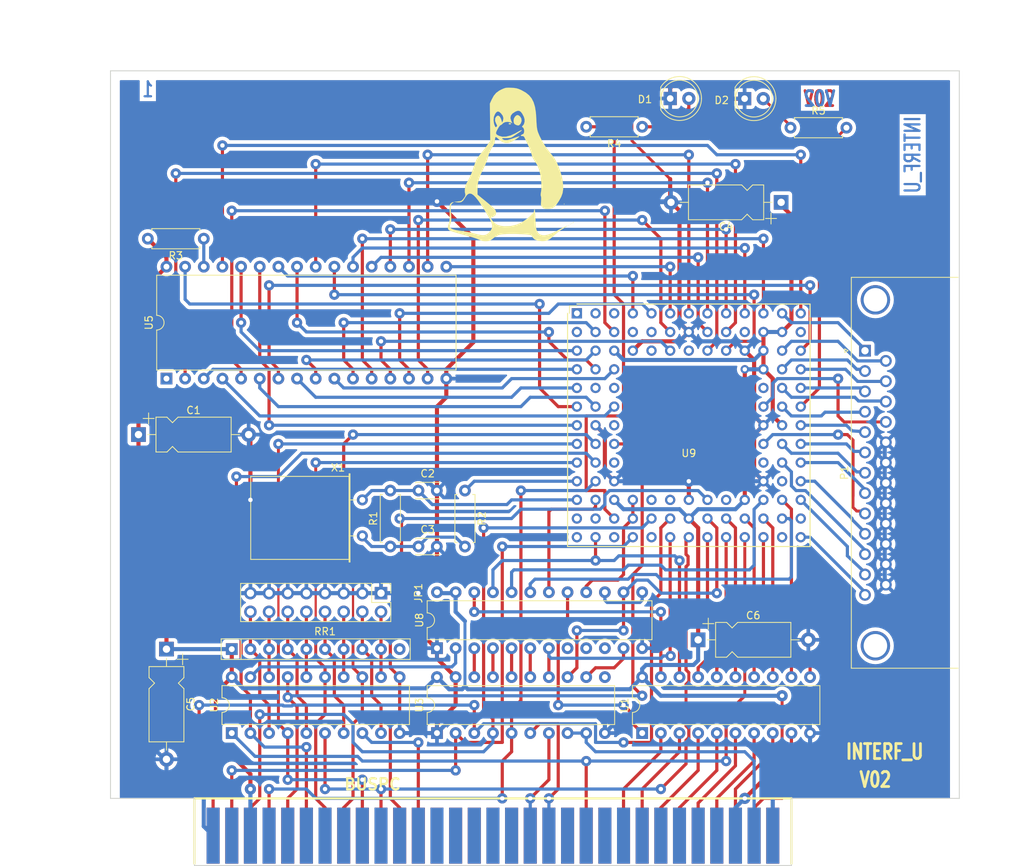
<source format=kicad_pcb>
(kicad_pcb (version 20231007) (generator pcbnew)
  (title_block (title "Demo") (rev "2.C") (company "Kicad"))
  (layers (0 "F.Cu" signal "top_copper") (31 "B.Cu" signal "bottom_copper") (34 "B.Paste" user) (35 "F.Paste" user) (36 "B.SilkS" user "B.Silkscreen") (37 "F.SilkS" user "F.Silkscreen") (38 "B.Mask" user) (39 "F.Mask" user) (44 "Edge.Cuts" user))
  (net 0 "")
  (net 1 "/8MH-OUT")
  (net 2 "/ACK")
  (net 3 "/AUTOFD-")
  (net 4 "/BIT0")
  (net 5 "/BIT1")
  (net 6 "/BIT2")
  (net 7 "/BIT3")
  (net 8 "/BIT4")
  (net 9 "/BIT5")
  (net 10 "/BIT6")
  (net 11 "/BIT7")
  (net 12 "/BUST+")
  (net 13 "/CLKLCA")
  (net 14 "/CS1-")
  (net 15 "/D0")
  (net 16 "/D1")
  (net 17 "/D2")
  (net 18 "/D3")
  (net 19 "/D4")
  (net 20 "/D5")
  (net 21 "/D6")
  (net 22 "/D7")
  (net 23 "/DIR")
  (net 24 "/DONE")
  (net 25 "/ENBBUF")
  (net 26 "/ERROR-")
  (net 27 "/INIT-")
  (net 28 "/LED1")
  (net 29 "/LED2")
  (net 30 "/MA0")
  (net 31 "/MA1")
  (net 32 "/MA10")
  (net 33 "/MA11")
  (net 34 "/MA12")
  (net 35 "/MA13")
  (net 36 "/MA14")
  (net 37 "/MA15")
  (net 38 "/MA16")
  (net 39 "/MA2")
  (net 40 "/MA3")
  (net 41 "/MA4")
  (net 42 "/MA5")
  (net 43 "/MA6")
  (net 44 "/MA7")
  (net 45 "/MA8")
  (net 46 "/MA9")
  (net 47 "/MATCHL")
  (net 48 "/MD0")
  (net 49 "/MD1")
  (net 50 "/MD2")
  (net 51 "/MD3")
  (net 52 "/MD4")
  (net 53 "/MD5")
  (net 54 "/MD6")
  (net 55 "/MD7")
  (net 56 "/OE-")
  (net 57 "/PC-A0")
  (net 58 "/PC-A1")
  (net 59 "/PC-A10")
  (net 60 "/PC-A11")
  (net 61 "/PC-A2")
  (net 62 "/PC-A3")
  (net 63 "/PC-A4")
  (net 64 "/PC-A5")
  (net 65 "/PC-A6")
  (net 66 "/PC-A7")
  (net 67 "/PC-A8")
  (net 68 "/PC-A9")
  (net 69 "/PC-AEN")
  (net 70 "/PC-DB0")
  (net 71 "/PC-DB1")
  (net 72 "/PC-DB2")
  (net 73 "/PC-DB3")
  (net 74 "/PC-DB4")
  (net 75 "/PC-DB5")
  (net 76 "/PC-DB6")
  (net 77 "/PC-DB7")
  (net 78 "/PC-IOR")
  (net 79 "/PC-IOW")
  (net 80 "/PC-RD")
  (net 81 "/PC-RST")
  (net 82 "/PC-WR")
  (net 83 "/PE+")
  (net 84 "/PROG-")
  (net 85 "/REF10")
  (net 86 "/REF11")
  (net 87 "/REF4")
  (net 88 "/REF5")
  (net 89 "/REF6")
  (net 90 "/REF7")
  (net 91 "/REF8")
  (net 92 "/REF9")
  (net 93 "/RSTL")
  (net 94 "/SEL_LPT")
  (net 95 "/SLCT+")
  (net 96 "/SLCTIN-")
  (net 97 "/STROBE")
  (net 98 "/WR-")
  (net 99 "/WR_REG")
  (net 100 "GND")
  (net 101 "VCC")
  (net 103 "Net-(C3-Pad1)")
  (net 137 "Net-(U9-P{slash}A3)")
  (net 138 "Net-(D1-A)")
  (net 139 "Net-(D2-A)")
  (net 140 "Net-(U5-CS2)")
  (net 143 "Net-(U3-Y3)")
  (net 144 "Net-(U3-Y2)")
  (net 145 "Net-(U3-Y1)")
  (net 146 "Net-(U3-Y0)")
  (footprint "Resistor_THT:R_Axial_DIN0207_L6.3mm_D2.5mm_P7.62mm_Horizontal" (layer "F.Cu") (at 171.958 42.037)
    (property "Reference" "R5")
    (property "Value" "330")
  )
  (footprint "Capacitor_THT:CP_Axial_L10.0mm_D4.5mm_P15.00mm_Horizontal" (layer "F.Cu") (at 159.385 111.76)
    (property "Reference" "C6")
    (property "Value" "47uF")
  )
  (footprint "Capacitor_THT:CP_Axial_L10.0mm_D4.5mm_P15.00mm_Horizontal" (layer "F.Cu") (at 86.995 113.03 -90)
    (property "Reference" "C5")
    (property "Value" "47uF")
  )
  (footprint "Capacitor_THT:CP_Axial_L10.0mm_D4.5mm_P15.00mm_Horizontal" (layer "F.Cu") (at 170.688 52.197 180)
    (property "Reference" "C4")
    (property "Value" "47uF")
  )
  (footprint "Capacitor_THT:CP_Axial_L10.0mm_D4.5mm_P15.00mm_Horizontal" (layer "F.Cu") (at 83.185 83.82)
    (property "Reference" "C1")
    (property "Value" "47uF")
  )
  (footprint "Capacitor_THT:C_Disc_D3.0mm_W2.0mm_P2.50mm" (layer "F.Cu") (at 121.305 91.44)
    (property "Reference" "C2")
    (property "Value" "47pF")
  )
  (footprint "Capacitor_THT:C_Disc_D3.0mm_W2.0mm_P2.50mm" (layer "F.Cu") (at 121.305 99.06)
    (property "Reference" "C3")
    (property "Value" "47pF")
  )
  (footprint "Connector_PinHeader_2.54mm:PinHeader_2x08_P2.54mm_Vertical" (layer "F.Cu") (at 116.205 105.41 -90)
    (property "Reference" "JP1")
    (property "Value" "CONN_8X2" hide)
  )
  (footprint "Package_DIP:DIP-20_W7.62mm" (layer "F.Cu") (at 151.765 124.46 90)
    (property "Reference" "U1")
    (property "Value" "74LS245")
  )
  (footprint "Package_DIP:DIP-20_W7.62mm" (layer "F.Cu") (at 95.885 124.46 90)
    (property "Reference" "U2")
    (property "Value" "74LS688")
  )
  (footprint "Package_DIP:DIP-20_W7.62mm" (layer "F.Cu") (at 123.825 124.46 90)
    (property "Reference" "U3")
    (property "Value" "74LS541")
  )
  (footprint "Package_DIP:DIP-32_W15.24mm" (layer "F.Cu") (at 86.995 76.2 90)
    (property "Reference" "U5")
    (property "Value" "628128")
  )
  (footprint "Package_DIP:DIP-24_W7.62mm" (layer "F.Cu") (at 123.825 112.903 90)
    (property "Reference" "U8")
    (property "Value" "EP600")
  )
  (footprint "Crystal:Crystal_HC18-U_Horizontal" (layer "F.Cu") (at 113.665 92.71 -90)
    (property "Reference" "X1")
    (property "Value" "8MHz")
  )
  (footprint "Resistor_THT:R_Axial_DIN0207_L6.3mm_D2.5mm_P7.62mm_Horizontal" (layer "F.Cu") (at 151.765 41.91 180)
    (property "Reference" "R4")
    (property "Value" "330")
  )
  (footprint "LED_THT:LED_D5.0mm" (layer "F.Cu") (at 155.58 38.06)
    (property "Reference" "D1")
    (property "Value" "LED")
  )
  (footprint "LED_THT:LED_D5.0mm" (layer "F.Cu") (at 165.71 38.08)
    (property "Reference" "D2")
    (property "Value" "LED")
  )
  (footprint "Connector_Dsub:DSUB-25_Female_Horizontal_P2.77x2.84mm_EdgePinOffset9.90mm_Housed_MountingHolesOffset11.32mm" (layer "F.Cu") (at 182.1 72.4 90)
    (property "Reference" "P1")
    (property "Value" "DB25FEMELLE")
  )
  (footprint "Resistor_THT:R_Array_SIP10" (layer "F.Cu") (at 95.885 113.03)
    (property "Reference" "RR1")
    (property "Value" "9x1K")
  )
  (footprint "interf_u:PGA120" (layer "F.Cu") (at 158.115 82.55 180)
    (property "Reference" "U9")
    (property "Value" "4003APG120")
  )
  (footprint "interf_u:BUS_PC" (layer "F.Cu") (at 131.445 138.43)
    (property "Reference" "BUS1" hide)
    (property "Value" "BUSPC")
  )
  (footprint "Resistor_THT:R_Axial_DIN0207_L6.3mm_D2.5mm_P7.62mm_Horizontal" (layer "F.Cu") (at 92.075 57.15 180)
    (property "Reference" "R3")
    (property "Value" "10K")
  )
  (footprint "Resistor_THT:R_Axial_DIN0207_L6.3mm_D2.5mm_P7.62mm_Horizontal" (layer "F.Cu") (at 127.635 91.44 -90)
    (property "Reference" "R2")
    (property "Value" "1K")
  )
  (footprint "Resistor_THT:R_Axial_DIN0207_L6.3mm_D2.5mm_P7.62mm_Horizontal" (layer "F.Cu") (at 117.475 99.06 90)
    (property "Reference" "R1")
    (property "Value" "100K")
  )
  (footprint "interf_u:tux" (layer "F.Cu") (at 134 47)
    (property "Reference" "G1" hide)
    (property "Value" "LOGO" hide)
  )
  (gr_line (start 172.085 133.35) (end 194.945 133.35) (stroke (width 0.127)) (layer "Edge.Cuts"))
  (gr_line (start 90.805 140.97) (end 90.805 142.494) (stroke (width 0.127)) (layer "Edge.Cuts"))
  (gr_line (start 79.375 133.35) (end 79.375 34.29) (stroke (width 0.127)) (layer "Edge.Cuts"))
  (gr_line (start 79.375 34.29) (end 194.945 34.29) (stroke (width 0.127)) (layer "Edge.Cuts"))
  (gr_line (start 194.945 133.35) (end 194.945 34.29) (stroke (width 0.127)) (layer "Edge.Cuts"))
  (gr_line (start 90.805 142.494) (end 172.085 142.494) (stroke (width 0.127)) (layer "Edge.Cuts"))
  (gr_line (start 90.805 133.35) (end 90.805 140.97) (stroke (width 0.127)) (layer "Edge.Cuts"))
  (gr_line (start 172.085 142.494) (end 172.085 133.35) (stroke (width 0.127)) (layer "Edge.Cuts"))
  (gr_line (start 90.805 133.35) (end 79.375 133.35) (stroke (width 0.127)) (layer "Edge.Cuts"))
  (gr_text "2" (at 81.915 39.37 0) (layer "F.Cu") (effects (font (size 2.032 1.524) (thickness 0.3048))))
  (gr_text "V02" (at 175.895 38.1 0) (layer "F.Cu") (effects (font (size 2.032 1.524) (thickness 0.381))))
  (gr_text "INTERF_U" (at 183.515 45.72 90) (layer "F.Cu") (effects (font (size 2.032 1.524) (thickness 0.3048))))
  (gr_text "V02" (at 175.895 38.1 0) (layer "B.Cu") (effects (font (size 2.032 1.524) (thickness 0.381)) (justify mirror)))
  (gr_text "1" (at 84.455 36.83 0) (layer "B.Cu") (effects (font (size 2.032 1.524) (thickness 0.3048)) (justify mirror)))
  (gr_text "INTERF_U" (at 188.595 45.72 90) (layer "B.Cu") (effects (font (size 2.032 1.524) (thickness 0.3048)) (justify mirror)))
  (gr_text "INTERF_U" (at 184.785 127 0) (layer "F.SilkS") (effects (font (size 2.032 1.524) (thickness 0.381))))
  (gr_text "V02" (at 183.515 130.81 0) (layer "F.SilkS") (effects (font (size 2.032 1.524) (thickness 0.381))))
  (segment (start 128.905 90.17) (end 142.875 90.17) (width 0.4318) (layer "B.Cu") (net 1))
  (segment (start 127.635 91.44) (end 128.905 90.17) (width 0.4318) (layer "B.Cu") (net 1))
  (segment (start 182.245 97.282) (end 180.34 95.377) (width 0.4318) (layer "B.Cu") (net 2))
  (segment (start 180.34 95.25) (end 180.34 95.377) (width 0.4318) (layer "B.Cu") (net 2))
  (segment (start 173.355 90.17) (end 175.26 90.17) (width 0.4318) (layer "B.Cu") (net 2))
  (segment (start 180.34 95.25) (end 175.26 90.17) (width 0.4318) (layer "B.Cu") (net 2))
  (segment (start 181.102 73.787) (end 184.785 73.787) (width 0.4318) (layer "B.Cu") (net 3))
  (segment (start 172.085 71.12) (end 178.435 71.12) (width 0.4318) (layer "B.Cu") (net 3))
  (segment (start 178.435 71.12) (end 181.102 73.787) (width 0.4318) (layer "B.Cu") (net 3))
  (segment (start 170.815 72.39) (end 172.085 71.12) (width 0.4318) (layer "B.Cu") (net 3))
  (segment (start 182.245 74.93) (end 182.245 75.184) (width 0.4318) (layer "B.Cu") (net 4))
  (segment (start 170.815 74.93) (end 172.085 73.66) (width 0.4318) (layer "B.Cu") (net 4))
  (segment (start 180.975 74.93) (end 182.245 74.93) (width 0.4318) (layer "B.Cu") (net 4))
  (segment (start 172.085 73.66) (end 179.705 73.66) (width 0.4318) (layer "B.Cu") (net 4))
  (segment (start 179.705 73.66) (end 180.975 74.93) (width 0.4318) (layer "B.Cu") (net 4))
  (segment (start 182.245 77.47) (end 182.245 77.851) (width 0.4318) (layer "B.Cu") (net 5))
  (segment (start 173.355 77.47) (end 182.245 77.47) (width 0.4318) (layer "B.Cu") (net 5))
  (segment (start 176.657 80.772) (end 182.245 80.772) (width 0.4318) (layer "B.Cu") (net 6))
  (segment (start 176.149 81.28) (end 176.657 80.772) (width 0.4318) (layer "B.Cu") (net 6))
  (segment (start 172.085 81.28) (end 176.149 81.28) (width 0.4318) (layer "B.Cu") (net 6))
  (segment (start 170.815 80.01) (end 172.085 81.28) (width 0.4318) (layer "B.Cu") (net 6))
  (segment (start 173.355 82.55) (end 179.578 82.55) (width 0.4318) (layer "B.Cu") (net 7))
  (segment (start 179.578 82.55) (end 180.34 83.312) (width 0.4318) (layer "B.Cu") (net 7))
  (segment (start 180.34 83.312) (end 182.245 83.439) (width 0.4318) (layer "B.Cu") (net 7))
  (segment (start 182.245 86.106) (end 182.245 86.233) (width 0.4318) (layer "B.Cu") (net 8))
  (segment (start 173.355 85.09) (end 179.578 85.09) (width 0.4318) (layer "B.Cu") (net 8))
  (segment (start 179.578 85.09) (end 180.594 86.106) (width 0.4318) (layer "B.Cu") (net 8))
  (segment (start 180.594 86.106) (end 182.245 86.106) (width 0.4318) (layer "B.Cu") (net 8))
  (segment (start 178.435 86.36) (end 180.975 88.9) (width 0.4318) (layer "B.Cu") (net 9))
  (segment (start 172.085 86.36) (end 178.435 86.36) (width 0.4318) (layer "B.Cu") (net 9))
  (segment (start 180.975 88.9) (end 182.245 88.9) (width 0.4318) (layer "B.Cu") (net 9))
  (segment (start 170.815 85.09) (end 172.085 86.36) (width 0.4318) (layer "B.Cu") (net 9))
  (segment (start 178.435 87.63) (end 182.245 91.44) (width 0.4318) (layer "B.Cu") (net 10))
  (segment (start 173.355 87.63) (end 178.435 87.63) (width 0.4318) (layer "B.Cu") (net 10))
  (segment (start 182.245 91.44) (end 182.245 91.694) (width 0.4318) (layer "B.Cu") (net 10))
  (segment (start 180.975 94.234) (end 181.774 94.234) (width 0.4) (layer "F.Cu") (net 11))
  (segment (start 179.705 83.82) (end 180.467 84.582) (width 0.4318) (layer "F.Cu") (net 11))
  (segment (start 180.467 84.582) (end 180.467 92.202) (width 0.4318) (layer "F.Cu") (net 11))
  (segment (start 181.774 94.234) (end 182.1 94.56) (width 0.4) (layer "F.Cu") (net 11))
  (segment (start 180.467 93.726) (end 180.975 94.234) (width 0.4) (layer "F.Cu") (net 11))
  (segment (start 180.467 92.202) (end 180.467 93.726) (width 0.4) (layer "F.Cu") (net 11))
  (segment (start 178.435 83.82) (end 179.705 83.82) (width 0.4318) (layer "F.Cu") (net 11))
  (via (at 178.435 83.82) (size 1.397) (drill 0.6) (layers "F.Cu" "B.Cu") (net 11))
  (segment (start 168.275 85.09) (end 169.545 83.82) (width 0.4318) (layer "B.Cu") (net 11))
  (segment (start 169.545 83.82) (end 178.435 83.82) (width 0.4318) (layer "B.Cu") (net 11))
  (segment (start 172.085 90.805) (end 172.72 91.44) (width 0.4318) (layer "B.Cu") (net 12))
  (segment (start 170.815 87.63) (end 172.085 88.9) (width 0.4318) (layer "B.Cu") (net 12))
  (segment (start 172.72 91.44) (end 173.99 91.44) (width 0.4318) (layer "B.Cu") (net 12))
  (segment (start 173.99 91.44) (end 182.245 99.695) (width 0.4318) (layer "B.Cu") (net 12))
  (segment (start 172.085 88.9) (end 172.085 90.805) (width 0.4318) (layer "B.Cu") (net 12))
  (segment (start 182.245 99.695) (end 182.245 99.949) (width 0.4318) (layer "B.Cu") (net 12))
  (segment (start 144.9705 103.632) (end 144.145 104.4575) (width 0.4318) (layer "F.Cu") (net 13))
  (segment (start 144.145 104.4575) (end 144.145 105.41) (width 0.4318) (layer "F.Cu") (net 13))
  (segment (start 150.495 92.71) (end 150.495 95.25) (width 0.4318) (layer "F.Cu") (net 13))
  (segment (start 150.495 95.25) (end 149.225 96.52) (width 0.4318) (layer "F.Cu") (net 13))
  (segment (start 149.225 96.52) (end 149.225 102.87) (width 0.4318) (layer "F.Cu") (net 13))
  (segment (start 149.225 102.87) (end 148.463 103.632) (width 0.4318) (layer "F.Cu") (net 13))
  (segment (start 148.463 103.632) (end 144.9705 103.632) (width 0.4318) (layer "F.Cu") (net 13))
  (segment (start 165.735 67.31) (end 165.735 58.42) (width 0.4318) (layer "F.Cu") (net 14))
  (via (at 165.735 58.42) (size 1.397) (drill 0.6) (layers "F.Cu" "B.Cu") (net 14))
  (segment (start 113.665 58.42) (end 112.395 59.69) (width 0.4318) (layer "B.Cu") (net 14))
  (segment (start 112.395 59.69) (end 112.395 60.96) (width 0.4318) (layer "B.Cu") (net 14))
  (segment (start 165.735 58.42) (end 113.665 58.42) (width 0.4318) (layer "B.Cu") (net 14))
  (segment (start 145.415 100.965) (end 145.415 97.79) (width 0.4318) (layer "F.Cu") (net 15))
  (segment (start 156.845 100.965) (end 156.845 116.84) (width 0.4318) (layer "F.Cu") (net 15))
  (via (at 156.845 100.965) (size 1.397) (drill 0.6) (layers "F.Cu" "B.Cu") (net 15))
  (via (at 145.415 100.965) (size 1.397) (drill 0.6) (layers "F.Cu" "B.Cu") (net 15))
  (segment (start 148.59 100.33) (end 156.21 100.33) (width 0.4318) (layer "B.Cu") (net 15))
  (segment (start 131.445 105.41) (end 131.445 102.235) (width 0.4318) (layer "B.Cu") (net 15))
  (segment (start 145.415 100.965) (end 147.955 100.965) (width 0.4318) (layer "B.Cu") (net 15))
  (segment (start 132.715 100.965) (end 145.415 100.965) (width 0.4318) (layer "B.Cu") (net 15))
  (segment (start 156.21 100.33) (end 156.845 100.965) (width 0.4318) (layer "B.Cu") (net 15))
  (segment (start 147.955 100.965) (end 148.59 100.33) (width 0.4318) (layer "B.Cu") (net 15))
  (segment (start 131.445 102.235) (end 132.715 100.965) (width 0.4318) (layer "B.Cu") (net 15))
  (segment (start 159.385 116.84) (end 159.385 115.57) (width 0.4318) (layer "F.Cu") (net 16))
  (segment (start 161.29 107.315) (end 160.655 106.68) (width 0.4318) (layer "F.Cu") (net 16))
  (segment (start 161.29 113.665) (end 161.29 107.315) (width 0.4318) (layer "F.Cu") (net 16))
  (segment (start 160.655 106.68) (end 160.655 97.79) (width 0.4318) (layer "F.Cu") (net 16))
  (segment (start 159.385 115.57) (end 161.29 113.665) (width 0.4318) (layer "F.Cu") (net 16))
  (segment (start 163.195 97.79) (end 163.195 114.3) (width 0.4318) (layer "F.Cu") (net 17))
  (segment (start 161.925 115.57) (end 161.925 116.84) (width 0.4318) (layer "F.Cu") (net 17))
  (segment (start 163.195 114.3) (end 161.925 115.57) (width 0.4318) (layer "F.Cu") (net 17))
  (segment (start 164.465 96.52) (end 164.465 116.84) (width 0.4318) (layer "F.Cu") (net 18))
  (segment (start 163.195 95.25) (end 164.465 96.52) (width 0.4318) (layer "F.Cu") (net 18))
  (segment (start 165.735 95.25) (end 167.005 96.52) (width 0.4318) (layer "F.Cu") (net 19))
  (segment (start 167.005 96.52) (end 167.005 116.84) (width 0.4318) (layer "F.Cu") (net 19))
  (segment (start 169.545 113.665) (end 169.545 116.84) (width 0.4318) (layer "F.Cu") (net 20))
  (segment (start 168.275 97.79) (end 168.275 112.395) (width 0.4318) (layer "F.Cu") (net 20))
  (segment (start 168.275 112.395) (end 169.545 113.665) (width 0.4318) (layer "F.Cu") (net 20))
  (segment (start 168.275 95.25) (end 169.545 96.52) (width 0.4318) (layer "F.Cu") (net 21))
  (segment (start 169.545 96.52) (end 169.545 111.76) (width 0.4318) (layer "F.Cu") (net 21))
  (segment (start 172.085 114.3) (end 172.085 116.84) (width 0.4318) (layer "F.Cu") (net 21))
  (segment (start 169.545 111.76) (end 172.085 114.3) (width 0.4318) (layer "F.Cu") (net 21))
  (segment (start 170.815 92.71) (end 172.085 93.98) (width 0.4318) (layer "F.Cu") (net 22))
  (segment (start 172.085 93.98) (end 172.085 112.395) (width 0.4318) (layer "F.Cu") (net 22))
  (segment (start 172.085 112.395) (end 174.625 114.935) (width 0.4318) (layer "F.Cu") (net 22))
  (segment (start 174.625 114.935) (end 174.625 116.84) (width 0.4318) (layer "F.Cu") (net 22))
  (segment (start 150.495 123.19) (end 151.765 124.46) (width 0.4318) (layer "F.Cu") (net 23))
  (segment (start 141.605 109.22) (end 140.335 110.49) (width 0.4318) (layer "F.Cu") (net 23))
  (segment (start 140.335 110.49) (end 140.335 120.65) (width 0.4318) (layer "F.Cu") (net 23))
  (segment (start 149.225 120.65) (end 150.495 121.92) (width 0.4318) (layer "F.Cu") (net 23))
  (segment (start 150.495 121.92) (end 150.495 123.19) (width 0.4318) (layer "F.Cu") (net 23))
  (segment (start 141.605 105.41) (end 141.605 109.22) (width 0.4318) (layer "F.Cu") (net 23))
  (via (at 140.335 120.65) (size 1.397) (drill 0.6) (layers "F.Cu" "B.Cu") (net 23))
  (via (at 149.225 120.65) (size 1.397) (drill 0.6) (layers "F.Cu" "B.Cu") (net 23))
  (segment (start 140.335 120.65) (end 149.225 120.65) (width 0.4318) (layer "B.Cu") (net 23))
  (segment (start 134.3025 102.235) (end 149.225 102.235) (width 0.4318) (layer "B.Cu") (net 24))
  (segment (start 154.305 101.6) (end 154.94 102.235) (width 0.4318) (layer "B.Cu") (net 24))
  (segment (start 166.37 102.235) (end 167.005 101.6) (width 0.4318) (layer "B.Cu") (net 24))
  (segment (start 154.94 102.235) (end 166.37 102.235) (width 0.4318) (layer "B.Cu") (net 24))
  (segment (start 133.985 105.41) (end 133.985 102.5525) (width 0.4318) (layer "B.Cu") (net 24))
  (segment (start 149.225 102.235) (end 149.86 101.6) (width 0.4318) (layer "B.Cu") (net 24))
  (segment (start 149.86 101.6) (end 154.305 101.6) (width 0.4318) (layer "B.Cu") (net 24))
  (segment (start 167.005 101.6) (end 167.005 93.98) (width 0.4318) (layer "B.Cu") (net 24))
  (segment (start 133.985 102.5525) (end 134.3025 102.235) (width 0.4318) (layer "B.Cu") (net 24))
  (segment (start 167.005 93.98) (end 168.275 92.71) (width 0.4318) (layer "B.Cu") (net 24))
  (segment (start 128.905 105.41) (end 128.905 107.95) (width 0.4318) (layer "F.Cu") (net 25))
  (segment (start 154.305 107.95) (end 154.305 116.84) (width 0.4318) (layer "F.Cu") (net 25))
  (via (at 128.905 107.95) (size 1.397) (drill 0.6) (layers "F.Cu" "B.Cu") (net 25))
  (via (at 154.305 107.95) (size 1.397) (drill 0.6) (layers "F.Cu" "B.Cu") (net 25))
  (segment (start 128.905 107.95) (end 154.305 107.95) (width 0.4318) (layer "B.Cu") (net 25))
  (segment (start 179.451 74.93) (end 181.102 76.581) (width 0.4318) (layer "B.Cu") (net 26))
  (segment (start 181.102 76.581) (end 184.785 76.581) (width 0.4318) (layer "B.Cu") (net 26))
  (segment (start 173.355 74.93) (end 179.451 74.93) (width 0.4318) (layer "B.Cu") (net 26))
  (segment (start 184.785 79.248) (end 184.785 79.2988) (width 0.4318) (layer "B.Cu") (net 27))
  (segment (start 181.229 79.248) (end 184.785 79.248) (width 0.4318) (layer "B.Cu") (net 27))
  (segment (start 180.721 78.74) (end 181.229 79.248) (width 0.4318) (layer "B.Cu") (net 27))
  (segment (start 172.085 78.74) (end 180.721 78.74) (width 0.4318) (layer "B.Cu") (net 27))
  (segment (start 170.815 77.47) (end 172.085 78.74) (width 0.4318) (layer "B.Cu") (net 27))
  (segment (start 146.685 91.44) (end 144.145 91.44) (width 0.4318) (layer "F.Cu") (net 28))
  (segment (start 147.955 64.77) (end 147.955 43.561) (width 0.4318) (layer "F.Cu") (net 28))
  (segment (start 149.225 81.28) (end 149.225 66.04) (width 0.4318) (layer "F.Cu") (net 28))
  (segment (start 146.304 41.91) (end 144.145 41.91) (width 0.4318) (layer "F.Cu") (net 28))
  (segment (start 149.225 66.04) (end 147.955 64.77) (width 0.4318) (layer "F.Cu") (net 28))
  (segment (start 144.145 91.44) (end 144.145 81.28) (width 0.4318) (layer "F.Cu") (net 28))
  (segment (start 147.955 43.561) (end 146.304 41.91) (width 0.4318) (layer "F.Cu") (net 28))
  (segment (start 146.685 93.98) (end 146.685 91.44) (width 0.4318) (layer "F.Cu") (net 28))
  (segment (start 147.955 95.25) (end 146.685 93.98) (width 0.4318) (layer "F.Cu") (net 28))
  (segment (start 144.145 81.28) (end 149.225 81.28) (width 0.4318) (layer "F.Cu") (net 28))
  (segment (start 175.895 45.72) (end 175.895 46.736) (width 0.381) (layer "F.Cu") (net 29))
  (segment (start 179.578 42.037) (end 175.895 45.72) (width 0.381) (layer "F.Cu") (net 29))
  (segment (start 175.895 77.47) (end 175.895 46.736) (width 0.4318) (layer "F.Cu") (net 29))
  (segment (start 173.355 80.01) (end 175.895 77.47) (width 0.4318) (layer "F.Cu") (net 29))
  (segment (start 113.665 57.15) (end 113.665 73.66) (width 0.4318) (layer "F.Cu") (net 30))
  (segment (start 114.935 74.93) (end 113.665 73.66) (width 0.4318) (layer "F.Cu") (net 30))
  (segment (start 114.935 76.2) (end 114.935 74.93) (width 0.4318) (layer "F.Cu") (net 30))
  (segment (start 168.275 67.31) (end 168.275 57.15) (width 0.4318) (layer "F.Cu") (net 30))
  (via (at 113.665 57.15) (size 1.397) (drill 0.6) (layers "F.Cu" "B.Cu") (net 30))
  (via (at 168.275 57.15) (size 1.397) (drill 0.6) (layers "F.Cu" "B.Cu") (net 30))
  (segment (start 168.275 57.15) (end 113.665 57.15) (width 0.4318) (layer "B.Cu") (net 30))
  (segment (start 111.125 73.66) (end 111.125 68.58) (width 0.4318) (layer "F.Cu") (net 31))
  (segment (start 112.395 76.2) (end 112.395 74.93) (width 0.4318) (layer "F.Cu") (net 31))
  (segment (start 112.395 74.93) (end 111.125 73.66) (width 0.4318) (layer "F.Cu") (net 31))
  (via (at 111.125 68.58) (size 1.397) (drill 0.6) (layers "F.Cu" "B.Cu") (net 31))
  (segment (start 144.145 68.58) (end 111.125 68.58) (width 0.4318) (layer "B.Cu") (net 31))
  (segment (start 145.415 69.85) (end 144.145 68.58) (width 0.4318) (layer "B.Cu") (net 31))
  (segment (start 163.195 72.39) (end 164.465 71.12) (width 0.4318) (layer "F.Cu") (net 32))
  (segment (start 164.465 71.12) (end 167.005 71.12) (width 0.4318) (layer "F.Cu") (net 32))
  (segment (start 109.855 64.77) (end 109.855 60.96) (width 0.4318) (layer "F.Cu") (net 32))
  (segment (start 167.005 71.12) (end 167.005 64.77) (width 0.4318) (layer "F.Cu") (net 32))
  (via (at 109.855 64.77) (size 1.397) (drill 0.6) (layers "F.Cu" "B.Cu") (net 32))
  (via (at 167.005 64.77) (size 1.397) (drill 0.6) (layers "F.Cu" "B.Cu") (net 32))
  (segment (start 167.005 64.77) (end 109.855 64.77) (width 0.4318) (layer "B.Cu") (net 32))
  (segment (start 145.415 74.93) (end 144.145 73.66) (width 0.4318) (layer "F.Cu") (net 33))
  (segment (start 139.065 71.12) (end 139.065 69.85) (width 0.4318) (layer "F.Cu") (net 33))
  (segment (start 104.775 68.58) (end 104.775 60.96) (width 0.4318) (layer "F.Cu") (net 33))
  (segment (start 141.605 73.66) (end 139.065 71.12) (width 0.4318) (layer "F.Cu") (net 33))
  (segment (start 144.145 73.66) (end 141.605 73.66) (width 0.4318) (layer "F.Cu") (net 33))
  (via (at 104.775 68.58) (size 1.397) (drill 0.6) (layers "F.Cu" "B.Cu") (net 33))
  (via (at 139.065 69.85) (size 1.397) (drill 0.6) (layers "F.Cu" "B.Cu") (net 33))
  (segment (start 106.045 69.85) (end 104.775 68.58) (width 0.4318) (layer "B.Cu") (net 33))
  (segment (start 139.065 69.85) (end 106.045 69.85) (width 0.4318) (layer "B.Cu") (net 33))
  (segment (start 99.695 81.28) (end 94.615 76.2) (width 0.4318) (layer "B.Cu") (net 34))
  (segment (start 146.685 81.28) (end 99.695 81.28) (width 0.4318) (layer "B.Cu") (net 34))
  (segment (start 147.955 80.01) (end 146.685 81.28) (width 0.4318) (layer "B.Cu") (net 34))
  (segment (start 97.155 68.58) (end 97.155 60.96) (width 0.4318) (layer "F.Cu") (net 35))
  (via (at 97.155 68.58) (size 1.397) (drill 0.6) (layers "F.Cu" "B.Cu") (net 35))
  (segment (start 97.155 69.85) (end 97.155 68.58) (width 0.4318) (layer "B.Cu") (net 35))
  (segment (start 99.695 72.39) (end 97.155 69.85) (width 0.4318) (layer "B.Cu") (net 35))
  (segment (start 142.875 72.39) (end 99.695 72.39) (width 0.4318) (layer "B.Cu") (net 35))
  (segment (start 142.875 74.93) (end 93.345 74.93) (width 0.4318) (layer "B.Cu") (net 36))
  (segment (start 93.345 74.93) (end 92.075 76.2) (width 0.4318) (layer "B.Cu") (net 36))
  (segment (start 140.335 80.01) (end 142.875 80.01) (width 0.4318) (layer "F.Cu") (net 37))
  (segment (start 137.795 66.04) (end 137.795 77.47) (width 0.4318) (layer "F.Cu") (net 37))
  (segment (start 137.795 77.47) (end 140.335 80.01) (width 0.4318) (layer "F.Cu") (net 37))
  (via (at 137.795 66.04) (size 1.397) (drill 0.6) (layers "F.Cu" "B.Cu") (net 37))
  (segment (start 89.535 60.96) (end 89.535 65.405) (width 0.4318) (layer "B.Cu") (net 37))
  (segment (start 137.795 66.04) (end 90.17 66.04) (width 0.4318) (layer "B.Cu") (net 37))
  (segment (start 90.17 66.04) (end 89.535 65.405) (width 0.4318) (layer "B.Cu") (net 37))
  (segment (start 88.265 73.66) (end 89.535 74.93) (width 0.4318) (layer "F.Cu") (net 38))
  (segment (start 161.925 71.12) (end 160.655 72.39) (width 0.4318) (layer "F.Cu") (net 38))
  (segment (start 161.925 48.26) (end 161.925 71.12) (width 0.4318) (layer "F.Cu") (net 38))
  (segment (start 89.535 74.93) (end 89.535 76.2) (width 0.4318) (layer "F.Cu") (net 38))
  (segment (start 88.265 48.26) (end 88.265 73.66) (width 0.4318) (layer "F.Cu") (net 38))
  (via (at 161.925 48.26) (size 1.397) (drill 0.6) (layers "F.Cu" "B.Cu") (net 38))
  (via (at 88.265 48.26) (size 1.397) (drill 0.6) (layers "F.Cu" "B.Cu") (net 38))
  (segment (start 161.925 48.26) (end 88.265 48.26) (width 0.4318) (layer "B.Cu") (net 38))
  (segment (start 111.125 77.47) (end 109.855 76.2) (width 0.4318) (layer "B.Cu") (net 39))
  (segment (start 132.715 77.47) (end 111.125 77.47) (width 0.4318) (layer "B.Cu") (net 39))
  (segment (start 146.685 76.2) (end 133.985 76.2) (width 0.4318) (layer "B.Cu") (net 39))
  (segment (start 147.955 74.93) (end 146.685 76.2) (width 0.4318) (layer "B.Cu") (net 39))
  (segment (start 133.985 76.2) (end 132.715 77.47) (width 0.4318) (layer "B.Cu") (net 39))
  (segment (start 107.315 76.2) (end 107.315 74.93) (width 0.4318) (layer "F.Cu") (net 40))
  (segment (start 107.315 74.93) (end 106.045 73.66) (width 0.4318) (layer "F.Cu") (net 40))
  (via (at 106.045 73.66) (size 1.397) (drill 0.6) (layers "F.Cu" "B.Cu") (net 40))
  (segment (start 144.145 73.66) (end 106.045 73.66) (width 0.4318) (layer "B.Cu") (net 40))
  (segment (start 145.415 72.39) (end 144.145 73.66) (width 0.4318) (layer "B.Cu") (net 40))
  (segment (start 142.875 77.47) (end 135.255 77.47) (width 0.4318) (layer "B.Cu") (net 41))
  (segment (start 133.985 78.74) (end 107.315 78.74) (width 0.4318) (layer "B.Cu") (net 41))
  (segment (start 107.315 78.74) (end 104.775 76.2) (width 0.4318) (layer "B.Cu") (net 41))
  (segment (start 135.255 77.47) (end 133.985 78.74) (width 0.4318) (layer "B.Cu") (net 41))
  (segment (start 102.235 76.2) (end 102.235 74.93) (width 0.4318) (layer "F.Cu") (net 42))
  (segment (start 100.965 73.66) (end 100.965 63.5) (width 0.4318) (layer "F.Cu") (net 42))
  (segment (start 174.625 71.12) (end 173.355 72.39) (width 0.4318) (layer "F.Cu") (net 42))
  (segment (start 174.625 63.5) (end 174.625 71.12) (width 0.4318) (layer "F.Cu") (net 42))
  (segment (start 102.235 74.93) (end 100.965 73.66) (width 0.4318) (layer "F.Cu") (net 42))
  (via (at 174.625 63.5) (size 1.397) (drill 0.6) (layers "F.Cu" "B.Cu") (net 42))
  (via (at 100.965 63.5) (size 1.397) (drill 0.6) (layers "F.Cu" "B.Cu") (net 42))
  (segment (start 100.965 63.5) (end 174.625 63.5) (width 0.4318) (layer "B.Cu") (net 42))
  (segment (start 136.525 78.74) (end 135.255 80.01) (width 0.4318) (layer "B.Cu") (net 43))
  (segment (start 99.695 77.47) (end 99.695 76.2) (width 0.4318) (layer "B.Cu") (net 43))
  (segment (start 145.415 80.01) (end 144.145 78.74) (width 0.4318) (layer "B.Cu") (net 43))
  (segment (start 144.145 78.74) (end 136.525 78.74) (width 0.4318) (layer "B.Cu") (net 43))
  (segment (start 135.255 80.01) (end 102.235 80.01) (width 0.4318) (layer "B.Cu") (net 43))
  (segment (start 102.235 80.01) (end 99.695 77.47) (width 0.4318) (layer "B.Cu") (net 43))
  (segment (start 97.155 74.93) (end 95.885 73.66) (width 0.4318) (layer "F.Cu") (net 44))
  (segment (start 95.885 53.34) (end 95.885 73.66) (width 0.4318) (layer "F.Cu") (net 44))
  (segment (start 97.155 76.2) (end 97.155 74.93) (width 0.4318) (layer "F.Cu") (net 44))
  (segment (start 146.685 68.58) (end 146.685 53.34) (width 0.4318) (layer "F.Cu") (net 44))
  (segment (start 147.955 69.85) (end 146.685 68.58) (width 0.4318) (layer "F.Cu") (net 44))
  (via (at 95.885 53.34) (size 1.397) (drill 0.6) (layers "F.Cu" "B.Cu") (net 44))
  (via (at 146.685 53.34) (size 1.397) (drill 0.6) (layers "F.Cu" "B.Cu") (net 44))
  (segment (start 146.685 53.34) (end 95.885 53.34) (width 0.4318) (layer "B.Cu") (net 44))
  (segment (start 100.965 82.55) (end 100.965 74.93) (width 0.4318) (layer "F.Cu") (net 45))
  (segment (start 100.965 74.93) (end 99.695 73.66) (width 0.4318) (layer "F.Cu") (net 45))
  (segment (start 99.695 73.66) (end 99.695 60.96) (width 0.4318) (layer "F.Cu") (net 45))
  (via (at 100.965 82.55) (size 1.397) (drill 0.6) (layers "F.Cu" "B.Cu") (net 45))
  (segment (start 142.875 82.55) (end 100.965 82.55) (width 0.4318) (layer "B.Cu") (net 45))
  (segment (start 150.495 67.31) (end 150.495 62.23) (width 0.4318) (layer "F.Cu") (net 46))
  (via (at 150.495 62.23) (size 1.397) (drill 0.6) (layers "F.Cu" "B.Cu") (net 46))
  (segment (start 103.505 62.23) (end 102.235 60.96) (width 0.4318) (layer "B.Cu") (net 46))
  (segment (start 150.495 62.23) (end 103.505 62.23) (width 0.4318) (layer "B.Cu") (net 46))
  (segment (start 98.425 116.84) (end 99.822 115.443) (width 0.4318) (layer "B.Cu") (net 47))
  (segment (start 126.365 114.935) (end 126.365 113.03) (width 0.4318) (layer "B.Cu") (net 47))
  (segment (start 99.822 115.443) (end 125.857 115.443) (width 0.4318) (layer "B.Cu") (net 47))
  (segment (start 125.857 115.443) (end 126.365 114.935) (width 0.4318) (layer "B.Cu") (net 47))
  (segment (start 116.205 73.66) (end 116.205 71.12) (width 0.4318) (layer "F.Cu") (net 48))
  (segment (start 117.475 76.2) (end 117.475 74.93) (width 0.4318) (layer "F.Cu") (net 48))
  (segment (start 117.475 74.93) (end 116.205 73.66) (width 0.4318) (layer "F.Cu") (net 48))
  (via (at 116.205 71.12) (size 1.397) (drill 0.6) (layers "F.Cu" "B.Cu") (net 48))
  (segment (start 154.305 71.12) (end 116.205 71.12) (width 0.4318) (layer "B.Cu") (net 48))
  (segment (start 155.575 72.39) (end 154.305 71.12) (width 0.4318) (layer "B.Cu") (net 48))
  (segment (start 120.015 74.93) (end 118.745 73.66) (width 0.4318) (layer "F.Cu") (net 49))
  (segment (start 120.015 76.2) (end 120.015 74.93) (width 0.4318) (layer "F.Cu") (net 49))
  (segment (start 118.745 67.31) (end 118.745 73.66) (width 0.4318) (layer "F.Cu") (net 49))
  (via (at 118.745 67.31) (size 1.397) (drill 0.6) (layers "F.Cu" "B.Cu") (net 49))
  (segment (start 139.065 67.31) (end 118.745 67.31) (width 0.4318) (layer "B.Cu") (net 49))
  (segment (start 151.765 66.04) (end 140.335 66.04) (width 0.4318) (layer "B.Cu") (net 49))
  (segment (start 153.035 67.31) (end 151.765 66.04) (width 0.4318) (layer "B.Cu") (net 49))
  (segment (start 140.335 66.04) (end 139.065 67.31) (width 0.4318) (layer "B.Cu") (net 49))
  (segment (start 121.285 73.66) (end 121.285 54.61) (width 0.4318) (layer "F.Cu") (net 50))
  (segment (start 122.555 74.93) (end 121.285 73.66) (width 0.4318) (layer "F.Cu") (net 50))
  (segment (start 122.555 76.2) (end 122.555 74.93) (width 0.4318) (layer "F.Cu") (net 50))
  (segment (start 155.575 69.85) (end 154.305 68.58) (width 0.4318) (layer "F.Cu") (net 50))
  (segment (start 154.305 57.15) (end 151.765 54.61) (width 0.4318) (layer "F.Cu") (net 50))
  (segment (start 154.305 68.58) (end 154.305 57.15) (width 0.4318) (layer "F.Cu") (net 50))
  (via (at 151.765 54.61) (size 1.397) (drill 0.6) (layers "F.Cu" "B.Cu") (net 50))
  (via (at 121.285 54.61) (size 1.397) (drill 0.6) (layers "F.Cu" "B.Cu") (net 50))
  (segment (start 121.285 54.61) (end 151.765 54.61) (width 0.4318) (layer "B.Cu") (net 50))
  (segment (start 155.575 67.31) (end 155.575 60.96) (width 0.4318) (layer "F.Cu") (net 51))
  (via (at 155.575 60.96) (size 1.397) (drill 0.6) (layers "F.Cu" "B.Cu") (net 51))
  (segment (start 155.575 60.96) (end 125.095 60.96) (width 0.4318) (layer "B.Cu") (net 51))
  (segment (start 158.115 67.31) (end 158.115 45.72) (width 0.4318) (layer "F.Cu") (net 52))
  (segment (start 122.555 60.96) (end 122.555 45.72) (width 0.4318) (layer "F.Cu") (net 52))
  (via (at 122.555 45.72) (size 1.397) (drill 0.6) (layers "F.Cu" "B.Cu") (net 52))
  (via (at 158.115 45.72) (size 1.397) (drill 0.6) (layers "F.Cu" "B.Cu") (net 52))
  (segment (start 158.115 45.72) (end 122.555 45.72) (width 0.4318) (layer "B.Cu") (net 52))
  (segment (start 120.015 60.96) (end 120.015 49.53) (width 0.4318) (layer "F.Cu") (net 53))
  (segment (start 160.655 67.31) (end 160.655 49.53) (width 0.4318) (layer "F.Cu") (net 53))
  (via (at 160.655 49.53) (size 1.397) (drill 0.6) (layers "F.Cu" "B.Cu") (net 53))
  (via (at 120.015 49.53) (size 1.397) (drill 0.6) (layers "F.Cu" "B.Cu") (net 53))
  (segment (start 120.015 49.53) (end 160.655 49.53) (width 0.4318) (layer "B.Cu") (net 53))
  (segment (start 163.195 67.31) (end 163.195 55.88) (width 0.4318) (layer "F.Cu") (net 54))
  (segment (start 117.475 60.96) (end 117.475 55.88) (width 0.4318) (layer "F.Cu") (net 54))
  (via (at 117.475 55.88) (size 1.397) (drill 0.6) (layers "F.Cu" "B.Cu") (net 54))
  (via (at 163.195 55.88) (size 1.397) (drill 0.6) (layers "F.Cu" "B.Cu") (net 54))
  (segment (start 117.475 55.88) (end 163.195 55.88) (width 0.4318) (layer "B.Cu") (net 54))
  (segment (start 160.655 69.85) (end 159.385 68.58) (width 0.4318) (layer "F.Cu") (net 55))
  (segment (start 159.385 68.58) (end 159.385 59.69) (width 0.4318) (layer "F.Cu") (net 55))
  (via (at 159.385 59.69) (size 1.397) (drill 0.6) (layers "F.Cu" "B.Cu") (net 55))
  (segment (start 116.205 59.69) (end 114.935 60.96) (width 0.4318) (layer "B.Cu") (net 55))
  (segment (start 159.385 59.69) (end 116.205 59.69) (width 0.4318) (layer "B.Cu") (net 55))
  (segment (start 107.315 46.99) (end 107.315 60.96) (width 0.4318) (layer "F.Cu") (net 56))
  (segment (start 163.195 69.85) (end 164.465 68.58) (width 0.4318) (layer "F.Cu") (net 56))
  (segment (start 164.465 68.58) (end 164.465 46.99) (width 0.4318) (layer "F.Cu") (net 56))
  (via (at 107.315 46.99) (size 1.397) (drill 0.6) (layers "F.Cu" "B.Cu") (net 56))
  (via (at 164.465 46.99) (size 1.397) (drill 0.6) (layers "F.Cu" "B.Cu") (net 56))
  (segment (start 164.465 46.99) (end 107.315 46.99) (width 0.4318) (layer "B.Cu") (net 56))
  (segment (start 153.035 125.73) (end 149.225 125.73) (width 0.4318) (layer "F.Cu") (net 57))
  (segment (start 128.905 124.46) (end 128.905 120.65) (width 0.4318) (layer "F.Cu") (net 57))
  (segment (start 91.44 125.222) (end 91.44 120.65) (width 0.4318) (layer "F.Cu") (net 57))
  (segment (start 93.345 127.127) (end 91.44 125.222) (width 0.4318) (layer "F.Cu") (net 57))
  (segment (start 155.575 95.25) (end 154.305 96.52) (width 0.4318) (layer "F.Cu") (net 57))
  (segment (start 93.345 138.43) (end 93.345 127.127) (width 0.4318) (layer "F.Cu") (net 57))
  (segment (start 154.305 96.52) (end 154.305 105.41) (width 0.4318) (layer "F.Cu") (net 57))
  (segment (start 154.305 105.41) (end 153.035 106.68) (width 0.4318) (layer "F.Cu") (net 57))
  (segment (start 153.035 106.68) (end 153.035 125.73) (width 0.4318) (layer "F.Cu") (net 57))
  (via (at 149.225 125.73) (size 1.397) (drill 0.6) (layers "F.Cu" "B.Cu") (net 57))
  (via (at 91.44 120.65) (size 1.397) (drill 0.635) (layers "F.Cu" "B.Cu") (net 57))
  (via (at 128.905 120.65) (size 1.397) (drill 0.6) (layers "F.Cu" "B.Cu") (net 57))
  (segment (start 102.944166 120.764312) (end 102.829854 120.65) (width 0.4318) (layer "B.Cu") (net 57))
  (segment (start 91.44 120.65) (end 102.829854 120.65) (width 0.4318) (layer "B.Cu") (net 57))
  (segment (start 104.180146 120.65) (end 104.065834 120.764312) (width 0.4318) (layer "B.Cu") (net 57))
  (segment (start 130.175 123.19) (end 128.905 124.46) (width 0.4318) (layer "B.Cu") (net 57))
  (segment (start 149.225 125.73) (end 145.415 125.73) (width 0.4318) (layer "B.Cu") (net 57))
  (segment (start 145.415 125.73) (end 145.415 123.19) (width 0.4318) (layer "B.Cu") (net 57))
  (segment (start 128.905 120.65) (end 104.180146 120.65) (width 0.4318) (layer "B.Cu") (net 57))
  (segment (start 145.415 123.19) (end 130.175 123.19) (width 0.4318) (layer "B.Cu") (net 57))
  (segment (start 104.065834 120.764312) (end 102.944166 120.764312) (width 0.4318) (layer "B.Cu") (net 57))
  (segment (start 132.715 125.73) (end 127.635 125.73) (width 0.4318) (layer "F.Cu") (net 58))
  (segment (start 127.635 125.73) (end 126.365 124.46) (width 0.4318) (layer "F.Cu") (net 58))
  (segment (start 95.885 129.54) (end 95.885 138.43) (width 0.4318) (layer "F.Cu") (net 58))
  (segment (start 126.365 124.46) (end 126.365 129.54) (width 0.4318) (layer "F.Cu") (net 58))
  (segment (start 132.715 99.06) (end 132.715 125.73) (width 0.4318) (layer "F.Cu") (net 58))
  (via (at 126.365 129.54) (size 1.397) (drill 0.6) (layers "F.Cu" "B.Cu") (net 58))
  (via (at 95.885 129.54) (size 1.397) (drill 0.6) (layers "F.Cu" "B.Cu") (net 58))
  (via (at 132.715 99.06) (size 1.397) (drill 0.6) (layers "F.Cu" "B.Cu") (net 58))
  (segment (start 150.495 97.79) (end 149.225 99.06) (width 0.4318) (layer "B.Cu") (net 58))
  (segment (start 126.365 129.54) (end 95.885 129.54) (width 0.4318) (layer "B.Cu") (net 58))
  (segment (start 149.225 99.06) (end 132.715 99.06) (width 0.4318) (layer "B.Cu") (net 58))
  (segment (start 117.475 115.57) (end 118.745 116.84) (width 0.4318) (layer "F.Cu") (net 59))
  (segment (start 118.745 134.62) (end 117.475 133.35) (width 0.4318) (layer "F.Cu") (net 59))
  (segment (start 118.999 108.966) (end 117.475 110.49) (width 0.4318) (layer "F.Cu") (net 59))
  (segment (start 117.475 133.35) (end 117.475 123.19) (width 0.4318) (layer "F.Cu") (net 59))
  (segment (start 117.475 110.49) (end 117.475 115.57) (width 0.4318) (layer "F.Cu") (net 59))
  (segment (start 118.745 138.43) (end 118.745 134.62) (width 0.4318) (layer "F.Cu") (net 59))
  (segment (start 118.745 121.92) (end 118.745 116.84) (width 0.4318) (layer "F.Cu") (net 59))
  (segment (start 117.475 123.19) (end 118.745 121.92) (width 0.4318) (layer "F.Cu") (net 59))
  (segment (start 118.745 95.25) (end 118.999 95.504) (width 0.4318) (layer "F.Cu") (net 59))
  (segment (start 118.999 95.504) (end 118.999 108.966) (width 0.4318) (layer "F.Cu") (net 59))
  (via (at 118.745 95.25) (size 1.397) (drill 0.6) (layers "F.Cu" "B.Cu") (net 59))
  (segment (start 146.685 93.345) (end 146.05 93.98) (width 0.4318) (layer "B.Cu") (net 59))
  (segment (start 146.685 92.075) (end 146.685 93.345) (width 0.4318) (layer "B.Cu") (net 59))
  (segment (start 159.385 91.44) (end 147.32 91.44) (width 0.4318) (layer "B.Cu") (net 59))
  (segment (start 146.05 93.98) (end 135.255 93.98) (width 0.4318) (layer "B.Cu") (net 59))
  (segment (start 147.32 91.44) (end 146.685 92.075) (width 0.4318) (layer "B.Cu") (net 59))
  (segment (start 135.255 93.98) (end 133.985 95.25) (width 0.4318) (layer "B.Cu") (net 59))
  (segment (start 160.655 92.71) (end 159.385 91.44) (width 0.4318) (layer "B.Cu") (net 59))
  (segment (start 133.985 95.25) (end 118.745 95.25) (width 0.4318) (layer "B.Cu") (net 59))
  (segment (start 121.285 138.43) (end 121.285 125.73) (width 0.4318) (layer "F.Cu") (net 60))
  (via (at 121.285 125.73) (size 1.397) (drill 0.6) (layers "F.Cu" "B.Cu") (net 60))
  (segment (start 121.285 125.73) (end 114.935 125.73) (width 0.4318) (layer "B.Cu") (net 60))
  (segment (start 114.935 125.73) (end 113.665 124.46) (width 0.4318) (layer "B.Cu") (net 60))
  (segment (start 99.695 121.92) (end 99.695 133.35) (width 0.4318) (layer "F.Cu") (net 61))
  (segment (start 130.175 96.52) (end 130.175 121.285) (width 0.4318) (layer "F.Cu") (net 61))
  (segment (start 98.425 134.62) (end 98.425 138.43) (width 0.4318) (layer "F.Cu") (net 61))
  (segment (start 130.175 121.285) (end 131.445 122.555) (width 0.4318) (layer "F.Cu") (net 61))
  (segment (start 131.445 122.555) (end 131.445 124.46) (width 0.4318) (layer "F.Cu") (net 61))
  (segment (start 99.695 133.35) (end 98.425 134.62) (width 0.4318) (layer "F.Cu") (net 61))
  (via (at 130.175 96.52) (size 1.397) (drill 0.6) (layers "F.Cu" "B.Cu") (net 61))
  (via (at 99.695 121.92) (size 1.397) (drill 0.6) (layers "F.Cu" "B.Cu") (net 61))
  (segment (start 151.765 96.52) (end 130.175 96.52) (width 0.4318) (layer "B.Cu") (net 61))
  (segment (start 111.125 121.92) (end 99.695 121.92) (width 0.4318) (layer "B.Cu") (net 61))
  (segment (start 113.665 127) (end 112.395 125.73) (width 0.4318) (layer "B.Cu") (net 61))
  (segment (start 131.445 124.46) (end 131.445 125.73) (width 0.4318) (layer "B.Cu") (net 61))
  (segment (start 112.395 123.19) (end 111.125 121.92) (width 0.4318) (layer "B.Cu") (net 61))
  (segment (start 153.035 95.25) (end 151.765 96.52) (width 0.4318) (layer "B.Cu") (net 61))
  (segment (start 130.175 127) (end 113.665 127) (width 0.4318) (layer "B.Cu") (net 61))
  (segment (start 131.445 125.73) (end 130.175 127) (width 0.4318) (layer "B.Cu") (net 61))
  (segment (start 112.395 125.73) (end 112.395 123.19) (width 0.4318) (layer "B.Cu") (net 61))
  (segment (start 133.985 124.46) (end 133.985 121.285) (width 0.4318) (layer "F.Cu") (net 62))
  (segment (start 133.985 127) (end 132.715 128.27) (width 0.4318) (layer "F.Cu") (net 62))
  (segment (start 133.985 124.46) (end 133.985 127) (width 0.4318) (layer "F.Cu") (net 62))
  (segment (start 132.715 128.27) (end 132.715 133.35) (width 0.4318) (layer "F.Cu") (net 62))
  (segment (start 135.255 120.015) (end 135.255 91.44) (width 0.4318) (layer "F.Cu") (net 62))
  (segment (start 100.965 132.08) (end 100.965 138.43) (width 0.4318) (layer "F.Cu") (net 62))
  (segment (start 133.985 121.285) (end 135.255 120.015) (width 0.4318) (layer "F.Cu") (net 62))
  (via (at 135.255 91.44) (size 1.397) (drill 0.6) (layers "F.Cu" "B.Cu") (net 62))
  (via (at 132.715 133.35) (size 1.397) (drill 0.6) (layers "F.Cu" "B.Cu") (net 62))
  (via (at 100.965 132.08) (size 1.397) (drill 0.6) (layers "F.Cu" "B.Cu") (net 62))
  (segment (start 132.715 133.35) (end 107.315 133.35) (width 0.4318) (layer "B.Cu") (net 62))
  (segment (start 106.045 132.08) (end 100.965 132.08) (width 0.4318) (layer "B.Cu") (net 62))
  (segment (start 135.255 91.44) (end 144.145 91.44) (width 0.4318) (layer "B.Cu") (net 62))
  (segment (start 107.315 133.35) (end 106.045 132.08) (width 0.4318) (layer "B.Cu") (net 62))
  (segment (start 144.145 91.44) (end 145.415 90.17) (width 0.4318) (layer "B.Cu") (net 62))
  (segment (start 151.765 85.4075) (end 151.4475 85.09) (width 0.4318) (layer "F.Cu") (net 63))
  (segment (start 103.505 116.84) (end 103.505 119.59591) (width 0.4318) (layer "F.Cu") (net 63))
  (segment (start 103.505 138.43) (end 103.505 133.35) (width 0.4318) (layer "F.Cu") (net 63))
  (segment (start 103.505 133.35) (end 104.775 132.08) (width 0.4318) (layer "F.Cu") (net 63))
  (segment (start 151.4475 85.09) (end 147.955 85.09) (width 0.4318) (layer "F.Cu") (net 63))
  (segment (start 103.505 119.59591) (end 104.775 120.86591) (width 0.4318) (layer "F.Cu") (net 63))
  (segment (start 150.495 118.11) (end 150.495 102.87) (width 0.4318) (layer "F.Cu") (net 63))
  (segment (start 151.765 119.38) (end 150.495 118.11) (width 0.4318) (layer "F.Cu") (net 63))
  (segment (start 104.775 132.08) (end 104.775 120.86591) (width 0.4318) (layer "F.Cu") (net 63))
  (segment (start 151.765 101.6) (end 151.765 85.4075) (width 0.4318) (layer "F.Cu") (net 63))
  (segment (start 150.495 102.87) (end 151.765 101.6) (width 0.4318) (layer "F.Cu") (net 63))
  (via (at 151.765 119.38) (size 1.397) (drill 0.6) (layers "F.Cu" "B.Cu") (net 63))
  (via (at 103.505 119.59591) (size 1.397) (drill 0.635) (layers "F.Cu" "B.Cu") (net 63))
  (segment (start 103.72091 119.38) (end 103.505 119.59591) (width 0.4318) (layer "B.Cu") (net 63))
  (segment (start 151.765 119.38) (end 103.72091 119.38) (width 0.4318) (layer "B.Cu") (net 63))
  (segment (start 106.045 138.43) (end 106.045 126.365) (width 0.4318) (layer "F.Cu") (net 64))
  (segment (start 97.155 110.236) (end 97.155 118.11) (width 0.4318) (layer "F.Cu") (net 64))
  (segment (start 97.155 118.11) (end 98.425 119.38) (width 0.4318) (layer "F.Cu") (net 64))
  (segment (start 98.425 119.38) (end 98.425 124.46) (width 0.4318) (layer "F.Cu") (net 64))
  (segment (start 96.52 109.601) (end 97.155 110.236) (width 0.4318) (layer "F.Cu") (net 64))
  (segment (start 96.52 89.535) (end 96.52 109.601) (width 0.4318) (layer "F.Cu") (net 64))
  (via (at 96.52 89.535) (size 1.397) (drill 0.6) (layers "F.Cu" "B.Cu") (net 64))
  (via (at 106.045 126.365) (size 1.397) (drill 0.6) (layers "F.Cu" "B.Cu") (net 64))
  (segment (start 105.41 86.36) (end 144.145 86.36) (width 0.4318) (layer "B.Cu") (net 64))
  (segment (start 105.41 86.36) (end 102.235 89.535) (width 0.4318) (layer "B.Cu") (net 64))
  (segment (start 100.33 126.365) (end 98.425 124.46) (width 0.4318) (layer "B.Cu") (net 64))
  (segment (start 144.145 86.36) (end 145.415 87.63) (width 0.4318) (layer "B.Cu") (net 64))
  (segment (start 102.235 89.535) (end 96.52 89.535) (width 0.4318) (layer "B.Cu") (net 64))
  (segment (start 106.045 126.365) (end 100.33 126.365) (width 0.4318) (layer "B.Cu") (net 64))
  (segment (start 108.585 115.57) (end 108.585 116.84) (width 0.4318) (layer "F.Cu") (net 65))
  (segment (start 107.315 87.63) (end 107.315 103.886) (width 0.4) (layer "F.Cu") (net 65))
  (segment (start 107.315 133.35) (end 107.315 123.19) (width 0.4318) (layer "F.Cu") (net 65))
  (segment (start 107.315 109.601) (end 107.315 114.3) (width 0.4) (layer "F.Cu") (net 65))
  (segment (start 108.585 138.43) (end 108.585 134.62) (width 0.4318) (layer "F.Cu") (net 65))
  (segment (start 107.315 123.19) (end 108.585 121.92) (width 0.4318) (layer "F.Cu") (net 65))
  (segment (start 108.585 121.92) (end 108.585 116.84) (width 0.4318) (layer "F.Cu") (net 65))
  (segment (start 107.315 103.886) (end 107.315 109.601) (width 0.3) (layer "F.Cu") (net 65))
  (segment (start 108.585 134.62) (end 107.315 133.35) (width 0.4318) (layer "F.Cu") (net 65))
  (segment (start 107.315 114.3) (end 108.585 115.57) (width 0.4318) (layer "F.Cu") (net 65))
  (via (at 107.315 87.63) (size 1.397) (drill 0.6) (layers "F.Cu" "B.Cu") (net 65))
  (segment (start 142.875 87.63) (end 107.315 87.63) (width 0.4318) (layer "B.Cu") (net 65))
  (segment (start 112.395 133.35) (end 112.395 123.19) (width 0.4318) (layer "F.Cu") (net 66))
  (segment (start 112.395 83.82) (end 111.125 85.09) (width 0.4318) (layer "F.Cu") (net 66))
  (segment (start 111.125 85.09) (end 111.125 100.33) (width 0.4318) (layer "F.Cu") (net 66))
  (segment (start 111.125 100.33) (end 112.395 101.6) (width 0.4318) (layer "F.Cu") (net 66))
  (segment (start 111.125 138.43) (end 111.125 134.62) (width 0.4318) (layer "F.Cu") (net 66))
  (segment (start 112.395 109.601) (end 112.395 115.57) (width 0.381) (layer "F.Cu") (net 66))
  (segment (start 113.665 121.92) (end 113.665 116.84) (width 0.4318) (layer "F.Cu") (net 66))
  (segment (start 112.395 101.6) (end 112.395 103.886) (width 0.381) (layer "F.Cu") (net 66))
  (segment (start 112.395 115.57) (end 113.665 116.84) (width 0.4318) (layer "F.Cu") (net 66))
  (segment (start 112.395 123.19) (end 113.665 121.92) (width 0.4318) (layer "F.Cu") (net 66))
  (segment (start 111.125 134.62) (end 112.395 133.35) (width 0.4318) (layer "F.Cu") (net 66))
  (segment (start 112.395 103.886) (end 112.395 109.601) (width 0.3) (layer "F.Cu") (net 66))
  (via (at 112.395 83.82) (size 1.397) (drill 0.6) (layers "F.Cu" "B.Cu") (net 66))
  (segment (start 145.415 85.09) (end 144.145 83.82) (width 0.4318) (layer "B.Cu") (net 66))
  (segment (start 144.145 83.82) (end 112.395 83.82) (width 0.4318) (layer "B.Cu") (net 66))
  (segment (start 103.505 130.81) (end 103.505 124.46) (width 0.4318) (layer "F.Cu") (net 67))
  (segment (start 113.665 138.43) (end 113.665 130.81) (width 0.4318) (layer "F.Cu") (net 67))
  (segment (start 102.235 109.601) (end 102.235 123.19) (width 0.4) (layer "F.Cu") (net 67))
  (segment (start 102.235 103.886) (end 102.235 109.601) (width 0.3) (layer "F.Cu") (net 67))
  (segment (start 102.235 85.09) (end 102.235 103.886) (width 0.4) (layer "F.Cu") (net 67))
  (segment (start 102.235 123.19) (end 103.505 124.46) (width 0.4318) (layer "F.Cu") (net 67))
  (via (at 102.235 85.09) (size 1.397) (drill 0.6) (layers "F.Cu" "B.Cu") (net 67))
  (via (at 113.665 130.81) (size 1.397) (drill 0.6) (layers "F.Cu" "B.Cu") (net 67))
  (via (at 103.505 130.81) (size 1.397) (drill 0.6) (layers "F.Cu" "B.Cu") (net 67))
  (segment (start 102.235 85.09) (end 142.875 85.09) (width 0.4318) (layer "B.Cu") (net 67))
  (segment (start 113.665 130.81) (end 103.505 130.81) (width 0.4318) (layer "B.Cu") (net 67))
  (segment (start 157.734 98.171) (end 158.115 97.79) (width 0.4318) (layer "F.Cu") (net 68))
  (segment (start 157.734 125.450454) (end 158.114901 125.069553) (width 0.4318) (layer "F.Cu") (net 68))
  (segment (start 108.585 132.08) (end 108.585 124.46) (width 0.4318) (layer "F.Cu") (net 68))
  (segment (start 116.205 138.43) (end 116.205 132.08) (width 0.4318) (layer "F.Cu") (net 68))
  (segment (start 157.734 117.830454) (end 158.114901 117.449553) (width 0.4318) (layer "F.Cu") (net 68))
  (segment (start 158.013401 101.525833) (end 158.013401 100.404167) (width 0.4318) (layer "F.Cu") (net 68))
  (segment (start 158.013401 100.404167) (end 157.734 100.124766) (width 0.4318) (layer "F.Cu") (net 68))
  (segment (start 158.114901 117.449553) (end 158.114901 116.230447) (width 0.4) (layer "F.Cu") (net 68))
  (segment (start 158.114901 116.230447) (end 157.734 115.849546) (width 0.4318) (layer "F.Cu") (net 68))
  (segment (start 157.734 101.805234) (end 158.013401 101.525833) (width 0.4318) (layer "F.Cu") (net 68))
  (segment (start 157.734 115.849546) (end 157.734 101.805234) (width 0.4318) (layer "F.Cu") (net 68))
  (segment (start 158.114901 123.850447) (end 157.734 123.469546) (width 0.4318) (layer "F.Cu") (net 68))
  (segment (start 157.734 100.124766) (end 157.734 98.171) (width 0.4318) (layer "F.Cu") (net 68))
  (segment (start 157.734 123.469546) (end 157.734 117.830454) (width 0.4) (layer "F.Cu") (net 68))
  (segment (start 158.114901 125.069553) (end 158.114901 123.850447) (width 0.4318) (layer "F.Cu") (net 68))
  (segment (start 157.734 128.651) (end 157.734 125.450454) (width 0.4318) (layer "F.Cu") (net 68))
  (segment (start 154.305 132.08) (end 157.734 128.651) (width 0.4318) (layer "F.Cu") (net 68))
  (via (at 154.305 132.08) (size 1.397) (drill 0.6) (layers "F.Cu" "B.Cu") (net 68))
  (via (at 116.205 132.08) (size 1.397) (drill 0.6) (layers "F.Cu" "B.Cu") (net 68))
  (via (at 108.585 132.08) (size 1.397) (drill 0.6) (layers "F.Cu" "B.Cu") (net 68))
  (segment (start 116.205 132.08) (end 108.585 132.08) (width 0.4318) (layer "B.Cu") (net 68))
  (segment (start 116.205 132.08) (end 154.305 132.08) (width 0.4318) (layer "B.Cu") (net 68))
  (segment (start 163.195 121.92) (end 165.735 119.38) (width 0.4318) (layer "F.Cu") (net 69))
  (segment (start 163.195 128.27) (end 163.195 121.92) (width 0.4318) (layer "F.Cu") (net 69))
  (segment (start 165.735 119.38) (end 165.735 97.79) (width 0.4) (layer "F.Cu") (net 69))
  (segment (start 144.145 128.27) (end 144.145 138.43) (width 0.4318) (layer "F.Cu") (net 69))
  (via (at 144.145 128.27) (size 1.397) (drill 0.6) (layers "F.Cu" "B.Cu") (net 69))
  (via (at 163.195 128.27) (size 1.397) (drill 0.6) (layers "F.Cu" "B.Cu") (net 69))
  (segment (start 144.145 128.27) (end 163.195 128.27) (width 0.4318) (layer "B.Cu") (net 69))
  (segment (start 99.06 127.635) (end 113.03 127.635) (width 0.4318) (layer "B.Cu") (net 69))
  (segment (start 113.665 128.27) (end 144.145 128.27) (width 0.4318) (layer "B.Cu") (net 69))
  (segment (start 113.03 127.635) (end 113.665 128.27) (width 0.4318) (layer "B.Cu") (net 69))
  (segment (start 95.885 124.46) (end 99.06 127.635) (width 0.4318) (layer "B.Cu") (net 69))
  (segment (start 149.225 138.43) (end 149.225 132.08) (width 0.4318) (layer "F.Cu") (net 70))
  (segment (start 149.225 132.08) (end 154.305 127) (width 0.4318) (layer "F.Cu") (net 70))
  (segment (start 154.305 127) (end 154.305 124.46) (width 0.4318) (layer "F.Cu") (net 70))
  (segment (start 156.845 127) (end 156.845 124.46) (width 0.4318) (layer "F.Cu") (net 71))
  (segment (start 151.765 138.43) (end 151.765 132.08) (width 0.4318) (layer "F.Cu") (net 71))
  (segment (start 151.765 132.08) (end 156.845 127) (width 0.4318) (layer "F.Cu") (net 71))
  (segment (start 154.305 138.43) (end 154.305 134.62) (width 0.4318) (layer "F.Cu") (net 72))
  (segment (start 154.305 134.62) (end 159.385 129.54) (width 0.4318) (layer "F.Cu") (net 72))
  (segment (start 159.385 129.54) (end 159.385 124.46) (width 0.4318) (layer "F.Cu") (net 72))
  (segment (start 156.845 134.62) (end 161.925 129.54) (width 0.4318) (layer "F.Cu") (net 73))
  (segment (start 161.925 129.54) (end 161.925 124.46) (width 0.4318) (layer "F.Cu") (net 73))
  (segment (start 156.845 138.43) (end 156.845 134.62) (width 0.4318) (layer "F.Cu") (net 73))
  (segment (start 159.385 133.985) (end 164.465 128.905) (width 0.4318) (layer "F.Cu") (net 74))
  (segment (start 159.385 138.43) (end 159.385 133.985) (width 0.4318) (layer "F.Cu") (net 74))
  (segment (start 164.465 128.905) (end 164.465 124.46) (width 0.4318) (layer "F.Cu") (net 74))
  (segment (start 161.925 133.35) (end 167.005 128.27) (width 0.4318) (layer "F.Cu") (net 75))
  (segment (start 161.925 138.43) (end 161.925 133.35) (width 0.4318) (layer "F.Cu") (net 75))
  (segment (start 167.005 128.27) (end 167.005 124.46) (width 0.4318) (layer "F.Cu") (net 75))
  (segment (start 169.545 124.46) (end 169.545 127) (width 0.4318) (layer "F.Cu") (net 76))
  (segment (start 164.465 132.08) (end 164.465 138.43) (width 0.4318) (layer "F.Cu") (net 76))
  (segment (start 169.545 127) (end 164.465 132.08) (width 0.4318) (layer "F.Cu") (net 76))
  (segment (start 172.085 132.08) (end 172.085 124.46) (width 0.4318) (layer "F.Cu") (net 77))
  (segment (start 170.815 133.35) (end 172.085 132.08) (width 0.4318) (layer "F.Cu") (net 77))
  (segment (start 168.275 133.35) (end 170.815 133.35) (width 0.4318) (layer "F.Cu") (net 77))
  (segment (start 167.005 134.62) (end 168.275 133.35) (width 0.4318) (layer "F.Cu") (net 77))
  (segment (start 167.005 138.43) (end 167.005 134.62) (width 0.4318) (layer "F.Cu") (net 77))
  (segment (start 136.525 133.35) (end 139.065 130.81) (width 0.4318) (layer "F.Cu") (net 78))
  (segment (start 139.065 130.81) (end 139.065 124.46) (width 0.4318) (layer "F.Cu") (net 78))
  (via (at 136.525 133.35) (size 1.397) (drill 0.6) (layers "F.Cu" "B.Cu") (net 78))
  (segment (start 136.525 138.43) (end 136.525 133.35) (width 0.4318) (layer "B.Cu") (net 78))
  (segment (start 139.065 133.35) (end 140.335 132.08) (width 0.4318) (layer "F.Cu") (net 79))
  (segment (start 137.795 123.19) (end 136.525 124.46) (width 0.4318) (layer "F.Cu") (net 79))
  (segment (start 140.335 123.19) (end 137.795 123.19) (width 0.4318) (layer "F.Cu") (net 79))
  (segment (start 140.335 132.08) (end 140.335 123.19) (width 0.4318) (layer "F.Cu") (net 79))
  (via (at 139.065 133.35) (size 1.397) (drill 0.6) (layers "F.Cu" "B.Cu") (net 79))
  (segment (start 139.065 138.43) (end 139.065 133.35) (width 0.4318) (layer "B.Cu") (net 79))
  (segment (start 161.925 96.52) (end 160.655 95.25) (width 0.4318) (layer "F.Cu") (net 80))
  (segment (start 161.925 105.41) (end 161.925 96.52) (width 0.4318) (layer "F.Cu") (net 80))
  (segment (start 142.875 115.57) (end 141.605 116.84) (width 0.4318) (layer "F.Cu") (net 80))
  (segment (start 142.875 110.49) (end 142.875 115.57) (width 0.4318) (layer "F.Cu") (net 80))
  (segment (start 149.225 105.41) (end 149.225 110.49) (width 0.4318) (layer "F.Cu") (net 80))
  (via (at 142.875 110.49) (size 1.397) (drill 0.6) (layers "F.Cu" "B.Cu") (net 80))
  (via (at 161.925 105.41) (size 1.397) (drill 0.6) (layers "F.Cu" "B.Cu") (net 80))
  (via (at 149.225 110.49) (size 1.397) (drill 0.6) (layers "F.Cu" "B.Cu") (net 80))
  (segment (start 149.225 110.49) (end 142.875 110.49) (width 0.4318) (layer "B.Cu") (net 80))
  (segment (start 149.225 105.41) (end 151.003 103.632) (width 0.4318) (layer "B.Cu") (net 80))
  (segment (start 151.003 103.632) (end 152.527 103.632) (width 0.4318) (layer "B.Cu") (net 80))
  (segment (start 154.305 105.41) (end 161.925 105.41) (width 0.4318) (layer "B.Cu") (net 80))
  (segment (start 152.527 103.632) (end 154.305 105.41) (width 0.4318) (layer "B.Cu") (net 80))
  (segment (start 144.145 125.73) (end 144.145 124.46) (width 0.4318) (layer "B.Cu") (net 81))
  (segment (start 144.145 124.46) (end 141.605 124.46) (width 0.4318) (layer "B.Cu") (net 81))
  (segment (start 145.415 127) (end 144.145 125.73) (width 0.4318) (layer "B.Cu") (net 81))
  (segment (start 165.735 127) (end 145.415 127) (width 0.4318) (layer "B.Cu") (net 81))
  (segment (start 167.005 138.43) (end 167.005 128.27) (width 0.4318) (layer "B.Cu") (net 81))
  (segment (start 167.005 128.27) (end 165.735 127) (width 0.4318) (layer "B.Cu") (net 81))
  (segment (start 155.575 113.895609) (end 155.636481 113.95709) (width 0.4318) (layer "F.Cu") (net 82))
  (segment (start 139.065 116.84) (end 139.065 113.03) (width 0.4318) (layer "F.Cu") (net 82))
  (segment (start 155.575 97.79) (end 155.575 113.895609) (width 0.4318) (layer "F.Cu") (net 82))
  (via (at 155.636481 113.95709) (size 1.397) (drill 0.635) (layers "F.Cu" "B.Cu") (net 82))
  (segment (start 154.648653 113.95709) (end 155.636481 113.95709) (width 0.4318) (layer "B.Cu") (net 82))
  (segment (start 139.065 113.9825) (end 139.357189 114.274689) (width 0.4318) (layer "B.Cu") (net 82))
  (segment (start 154.331054 114.274689) (end 154.648653 113.95709) (width 0.4318) (layer "B.Cu") (net 82))
  (segment (start 139.065 113.03) (end 139.065 113.9825) (width 0.4318) (layer "B.Cu") (net 82))
  (segment (start 139.357189 114.274689) (end 154.331054 114.274689) (width 0.4318) (layer "B.Cu") (net 82))
  (segment (start 179.705 99.06) (end 179.705 100.33) (width 0.4318) (layer "B.Cu") (net 83))
  (segment (start 179.705 100.33) (end 182.245 102.743) (width 0.4318) (layer "B.Cu") (net 83))
  (segment (start 173.355 92.71) (end 179.705 99.06) (width 0.4318) (layer "B.Cu") (net 83))
  (segment (start 137.16 103.505) (end 149.86 103.505) (width 0.4318) (layer "B.Cu") (net 84))
  (segment (start 136.525 105.41) (end 136.525 104.14) (width 0.4318) (layer "B.Cu") (net 84))
  (segment (start 149.86 103.505) (end 150.495 102.87) (width 0.4318) (layer "B.Cu") (net 84))
  (segment (start 171.7675 95.25) (end 170.815 95.25) (width 0.4318) (layer "B.Cu") (net 84))
  (segment (start 172.085 103.1875) (end 172.085 95.5675) (width 0.4318) (layer "B.Cu") (net 84))
  (segment (start 171.7675 103.505) (end 172.085 103.1875) (width 0.4318) (layer "B.Cu") (net 84))
  (segment (start 136.525 104.14) (end 137.16 103.505) (width 0.4318) (layer "B.Cu") (net 84))
  (segment (start 172.085 95.5675) (end 171.7675 95.25) (width 0.4318) (layer "B.Cu") (net 84))
  (segment (start 153.67 102.87) (end 154.305 103.505) (width 0.4318) (layer "B.Cu") (net 84))
  (segment (start 154.305 103.505) (end 171.7675 103.505) (width 0.4318) (layer "B.Cu") (net 84))
  (segment (start 150.495 102.87) (end 153.67 102.87) (width 0.4318) (layer "B.Cu") (net 84))
  (segment (start 116.205 113.03) (end 116.205 107.95) (width 0.4318) (layer "F.Cu") (net 85))
  (segment (start 116.205 116.84) (end 116.205 113.03) (width 0.4318) (layer "F.Cu") (net 85))
  (segment (start 114.935 114.3) (end 114.935 119.38) (width 0.4318) (layer "F.Cu") (net 86))
  (segment (start 113.665 113.03) (end 113.665 107.95) (width 0.4318) (layer "F.Cu") (net 86))
  (segment (start 113.665 113.03) (end 114.935 114.3) (width 0.4318) (layer "F.Cu") (net 86))
  (segment (start 116.205 120.65) (end 116.205 124.46) (width 0.4318) (layer "F.Cu") (net 86))
  (segment (start 114.935 119.38) (end 116.205 120.65) (width 0.4318) (layer "F.Cu") (net 86))
  (segment (start 100.965 107.95) (end 100.965 113.03) (width 0.4318) (layer "F.Cu") (net 87))
  (segment (start 100.965 113.03) (end 100.965 116.84) (width 0.4318) (layer "F.Cu") (net 87))
  (segment (start 98.425 113.03) (end 99.695 114.3) (width 0.4318) (layer "F.Cu") (net 88))
  (segment (start 100.965 120.65) (end 100.965 124.46) (width 0.4318) (layer "F.Cu") (net 88))
  (segment (start 99.695 119.38) (end 100.965 120.65) (width 0.4318) (layer "F.Cu") (net 88))
  (segment (start 99.695 114.3) (end 99.695 119.38) (width 0.4318) (layer "F.Cu") (net 88))
  (segment (start 98.425 113.03) (end 98.425 107.95) (width 0.4318) (layer "F.Cu") (net 88))
  (segment (start 106.045 113.03) (end 106.045 107.95) (width 0.4318) (layer "F.Cu") (net 89))
  (segment (start 106.045 116.84) (end 106.045 113.03) (width 0.4318) (layer "F.Cu") (net 89))
  (segment (start 111.125 113.03) (end 111.125 107.95) (width 0.4318) (layer "F.Cu") (net 90))
  (segment (start 111.125 116.84) (end 111.125 113.03) (width 0.4318) (layer "F.Cu") (net 90))
  (segment (start 103.505 113.03) (end 104.775 114.3) (width 0.4318) (layer "F.Cu") (net 91))
  (segment (start 104.775 114.3) (end 104.775 119.38) (width 0.4318) (layer "F.Cu") (net 91))
  (segment (start 103.505 113.03) (end 103.505 107.95) (width 0.4318) (layer "F.Cu") (net 91))
  (segment (start 104.775 119.38) (end 106.045 120.65) (width 0.4318) (layer "F.Cu") (net 91))
  (segment (start 106.045 120.65) (end 106.045 124.46) (width 0.4318) (layer "F.Cu") (net 91))
  (segment (start 108.585 113.03) (end 108.585 107.95) (width 0.4318) (layer "F.Cu") (net 92))
  (segment (start 109.855 114.3) (end 109.855 119.38) (width 0.4318) (layer "F.Cu") (net 92))
  (segment (start 111.125 120.65) (end 111.125 124.46) (width 0.4318) (layer "F.Cu") (net 92))
  (segment (start 108.585 113.03) (end 109.855 114.3) (width 0.4318) (layer "F.Cu") (net 92))
  (segment (start 109.855 119.38) (end 111.125 120.65) (width 0.4318) (layer "F.Cu") (net 92))
  (segment (start 149.225 114.3) (end 147.955 115.57) (width 0.4318) (layer "F.Cu") (net 93))
  (segment (start 145.415 115.57) (end 144.145 116.84) (width 0.4318) (layer "F.Cu") (net 93))
  (segment (start 149.225 113.03) (end 149.225 114.3) (width 0.4318) (layer "F.Cu") (net 93))
  (segment (start 147.955 115.57) (end 145.415 115.57) (width 0.4318) (layer "F.Cu") (net 93))
  (segment (start 145.415 93.6625) (end 145.415 92.71) (width 0.4318) (layer "F.Cu") (net 94))
  (segment (start 145.0975 93.98) (end 145.415 93.6625) (width 0.4318) (layer "F.Cu") (net 94))
  (segment (start 139.3825 93.98) (end 145.0975 93.98) (width 0.4318) (layer "F.Cu") (net 94))
  (segment (start 139.065 105.41) (end 139.065 94.2975) (width 0.4318) (layer "F.Cu") (net 94))
  (segment (start 139.065 94.2975) (end 139.3825 93.98) (width 0.4318) (layer "F.Cu") (net 94))
  (segment (start 173.355 97.79) (end 174.625 97.79) (width 0.4318) (layer "B.Cu") (net 95))
  (segment (start 182.245 105.41) (end 182.245 105.537) (width 0.4318) (layer "B.Cu") (net 95))
  (segment (start 174.625 97.79) (end 182.245 105.41) (width 0.4318) (layer "B.Cu") (net 95))
  (segment (start 178.435 76.2) (end 178.435 81.28) (width 0.4318) (layer "F.Cu") (net 96))
  (segment (start 179.25 82.095) (end 179.07 81.915) (width 0.4) (layer "F.Cu") (net 96))
  (segment (start 178.435 81.28) (end 179.07 81.915) (width 0.4318) (layer "F.Cu") (net 96))
  (segment (start 184.94 82.095) (end 179.25 82.095) (width 0.4) (layer "F.Cu") (net 96))
  (via (at 178.435 76.2) (size 1.397) (drill 0.6) (layers "F.Cu" "B.Cu") (net 96))
  (segment (start 169.545 76.835) (end 170.18 76.2) (width 0.4318) (layer "B.Cu") (net 96))
  (segment (start 168.275 80.01) (end 169.545 78.74) (width 0.4318) (layer "B.Cu") (net 96))
  (segment (start 170.18 76.2) (end 178.435 76.2) (width 0.4318) (layer "B.Cu") (net 96))
  (segment (start 169.545 78.74) (end 169.545 76.835) (width 0.4318) (layer "B.Cu") (net 96))
  (segment (start 172.085 68.58) (end 178.435 68.58) (width 0.4318) (layer "B.Cu") (net 97))
  (segment (start 170.815 67.31) (end 172.085 68.58) (width 0.4318) (layer "B.Cu") (net 97))
  (segment (start 178.435 68.58) (end 182.245 72.39) (width 0.4318) (layer "B.Cu") (net 97))
  (segment (start 173.355 67.31) (end 173.355 45.72) (width 0.4318) (layer "F.Cu") (net 98))
  (segment (start 94.615 60.96) (end 94.615 44.45) (width 0.4318) (layer "F.Cu") (net 98))
  (via (at 94.615 44.45) (size 1.397) (drill 0.6) (layers "F.Cu" "B.Cu") (net 98))
  (via (at 173.355 45.72) (size 1.397) (drill 0.6) (layers "F.Cu" "B.Cu") (net 98))
  (segment (start 161.925 45.72) (end 160.655 44.45) (width 0.4318) (layer "B.Cu") (net 98))
  (segment (start 160.655 44.45) (end 94.615 44.45) (width 0.4318) (layer "B.Cu") (net 98))
  (segment (start 173.355 45.72) (end 161.925 45.72) (width 0.4318) (layer "B.Cu") (net 98))
  (segment (start 151.765 106.3625) (end 151.765 105.41) (width 0.4318) (layer "B.Cu") (net 99))
  (segment (start 151.4475 106.68) (end 151.765 106.3625) (width 0.4318) (layer "B.Cu") (net 99))
  (segment (start 146.685 106.3625) (end 147.0025 106.68) (width 0.4318) (layer "B.Cu") (net 99))
  (segment (start 147.0025 106.68) (end 151.4475 106.68) (width 0.4318) (layer "B.Cu") (net 99))
  (segment (start 146.685 105.41) (end 146.685 106.3625) (width 0.4318) (layer "B.Cu") (net 99))
  (segment (start 151.765 71.12) (end 156.845 71.12) (width 0.5588) (layer "F.Cu") (net 100))
  (segment (start 150.495 72.39) (end 151.765 71.12) (width 0.5588) (layer "F.Cu") (net 100))
  (segment (start 156.2 36.01) (end 155.575 36.635) (width 0.5588) (layer "F.Cu") (net 100))
  (segment (start 167.005 81.28) (end 168.275 82.55) (width 0.5588) (layer "F.Cu") (net 100))
  (segment (start 167.005 83.82) (end 168.275 82.55) (width 0.5588) (layer "F.Cu") (net 100))
  (segment (start 123.825 80.01) (end 123.825 91.44) (width 0.5588) (layer "F.Cu") (net 100))
  (segment (start 123.825 124.46) (end 123.825 123.19) (width 0.5588) (layer "F.Cu") (net 100))
  (segment (start 165.735 38.1) (end 160.655 38.1) (width 0.5588) (layer "F.Cu") (net 100))
  (segment (start 158.115 69.85) (end 156.845 68.58) (width 0.5588) (layer "F.Cu") (net 100))
  (segment (start 150.368 43.815) (end 155.575 49.022) (width 0.381) (layer "F.Cu") (net 100))
  (segment (start 155.575 49.022) (end 155.575 52.07) (width 0.5588) (layer "F.Cu") (net 100))
  (segment (start 121.285 110.49) (end 123.825 113.03) (width 0.5588) (layer "F.Cu") (net 100))
  (segment (start 146.685 83.82) (end 146.685 88.9) (width 0.5588) (layer "F.Cu") (net 100))
  (segment (start 123.825 102.87) (end 121.285 105.41) (width 0.5588) (layer "F.Cu") (net 100))
  (segment (start 121.285 105.41) (end 121.285 110.49) (width 0.5588) (layer "F.Cu") (net 100))
  (segment (start 128.778 57.023) (end 123.825 52.07) (width 0.5588) (layer "F.Cu") (net 100))
  (segment (start 125.095 78.74) (end 123.825 80.01) (width 0.5588) (layer "F.Cu") (net 100))
  (segment (start 128.778 71.247) (end 128.778 57.023) (width 0.5588) (layer "F.Cu") (net 100))
  (segment (start 125.095 76.2) (end 125.095 74.93) (width 0.5588) (layer "F.Cu") (net 100))
  (segment (start 155.58 38.06) (end 152.44 38.06) (width 0.381) (layer "F.Cu") (net 100))
  (segment (start 156.845 53.34) (end 155.575 52.07) (width 0.5588) (layer "F.Cu") (net 100))
  (segment (start 123.825 123.19) (end 126.365 120.65) (width 0.5588) (layer "F.Cu") (net 100))
  (segment (start 156.845 68.58) (end 156.845 53.34) (width 0.5588) (layer "F.Cu") (net 100))
  (segment (start 123.825 99.06) (end 123.825 91.44) (width 0.5588) (layer "F.Cu") (net 100))
  (segment (start 126.365 120.65) (end 126.365 116.84) (width 0.5588) (layer "F.Cu") (net 100))
  (segment (start 150.368 40.132) (end 150.368 43.815) (width 0.381) (layer "F.Cu") (net 100))
  (segment (start 160.08 36.54) (end 159.55 36.01) (width 0.5588) (layer "F.Cu") (net 100))
  (segment (start 160.08 37.525) (end 160.08 36.54) (width 0.5588) (layer "F.Cu") (net 100))
  (segment (start 158.115 90.17) (end 158.115 92.71) (width 0.5588) (layer "F.Cu") (net 100))
  (segment (start 125.095 74.93) (end 128.778 71.247) (width 0.5588) (layer "F.Cu") (net 100))
  (segment (start 155.575 36.635) (end 155.575 38.1) (width 0.5588) (layer "F.Cu") (net 100))
  (segment (start 123.825 114.3) (end 126.365 116.84) (width 0.5588) (layer "F.Cu") (net 100))
  (segment (start 98.425 92.71) (end 98.425 83.82) (width 0.5588) (layer "F.Cu") (net 100))
  (segment (start 168.275 90.17) (end 167.005 88.9) (width 0.5588) (layer "F.Cu") (net 100))
  (segment (start 123.825 113.03) (end 123.825 114.3) (width 0.5588) (layer "F.Cu") (net 100))
  (segment (start 167.005 73.66) (end 167.005 81.28) (width 0.5588) (layer "F.Cu") (net 100))
  (segment (start 167.005 88.9) (end 167.005 83.82) (width 0.5588) (layer "F.Cu") (net 100))
  (segment (start 160.655 38.1) (end 160.08 37.525) (width 0.5588) (layer "F.Cu") (net 100))
  (segment (start 146.685 88.9) (end 147.955 90.17) (width 0.5588) (layer "F.Cu") (net 100))
  (segment (start 152.44 38.06) (end 150.368 40.132) (width 0.381) (layer "F.Cu") (net 100))
  (segment (start 123.825 99.06) (end 123.825 102.87) (width 0.5588) (layer "F.Cu") (net 100))
  (segment (start 145.415 82.55) (end 146.685 83.82) (width 0.5588) (layer "F.Cu") (net 100))
  (segment (start 156.845 71.12) (end 158.115 69.85) (width 0.5588) (layer "F.Cu") (net 100))
  (segment (start 159.55 36.01) (end 156.2 36.01) (width 0.5588) (layer "F.Cu") (net 100))
  (segment (start 125.095 76.2) (end 125.095 78.74) (width 0.5588) (layer "F.Cu") (net 100))
  (segment (start 165.735 72.39) (end 167.005 73.66) (width 0.5588) (layer "F.Cu") (net 100))
  (via (at 123.825 52.07) (size 1.524) (drill 0.6) (layers "F.Cu" "B.Cu") (net 100))
  (via (at 121.285 105.41) (size 1.524) (drill 0.6) (layers "F.Cu" "B.Cu") (net 100))
  (via (at 98.425 92.71) (size 1.524) (drill 0.6) (layers "F.Cu" "B.Cu") (net 100))
  (via (at 158.115 90.17) (size 1.524) (drill 0.6) (layers "F.Cu" "B.Cu") (net 100))
  (segment (start 123.825 52.07) (end 155.575 52.07) (width 0.5588) (layer "B.Cu") (net 100))
  (segment (start 100.965 105.41) (end 103.505 105.41) (width 0.5588) (layer "B.Cu") (net 100))
  (segment (start 146.685 124.46) (end 146.685 123.19) (width 0.5588) (layer "B.Cu") (net 100))
  (segment (start 88.265 132.08) (end 86.995 130.81) (width 0.5588) (layer "B.Cu") (net 100))
  (segment (start 184.785 95.9104) (end 184.785 93.0656) (width 0.5588) (layer "B.Cu") (net 100))
  (segment (start 85.09 126.365) (end 86.995 128.27) (width 0.5588) (layer "B.Cu") (net 100))
  (segment (start 174.625 123.825) (end 174.625 124.46) (width 0.5588) (layer "B.Cu") (net 100))
  (segment (start 116.205 105.41) (end 121.285 105.41) (width 0.5588) (layer "B.Cu") (net 100))
  (segment (start 145.415 121.92) (end 126.365 121.92) (width 0.5588) (layer "B.Cu") (net 100))
  (segment (start 106.045 105.41) (end 108.585 105.41) (width 0.5588) (layer "B.Cu") (net 100))
  (segment (start 118.745 124.46) (end 123.825 124.46) (width 0.5588) (layer "B.Cu") (net 100))
  (segment (start 174.625 124.46) (end 174.625 130.81) (width 0.5588) (layer "B.Cu") (net 100))
  (segment (start 106.045 105.41) (end 103.505 105.41) (width 0.5588) (layer "B.Cu") (net 100))
  (segment (start 93.345 138.43) (end 92.075 137.16) (width 0.5588) (layer "B.Cu") (net 100))
  (segment (start 86.995 130.81) (end 86.995 128.27) (width 0.5588) (layer "B.Cu") (net 100))
  (segment (start 184.785 104.14) (end 184.785 101.346) (width 0.5588) (layer "B.Cu") (net 100))
  (segment (start 112.395 88.9) (end 121.285 88.9) (width 0.5588) (layer "B.Cu") (net 100))
  (segment (start 149.225 121.92) (end 172.72 121.92) (width 0.5588) (layer "B.Cu") (net 100))
  (segment (start 90.805 132.08) (end 88.265 132.08) (width 0.5588) (layer "B.Cu") (net 100))
  (segment (start 107.315 92.71) (end 98.425 92.71) (width 0.5588) (layer "B.Cu") (net 100))
  (segment (start 146.685 124.46) (end 149.225 121.92) (width 0.5588) (layer "B.Cu") (net 100))
  (segment (start 158.115 90.17) (end 168.275 90.17) (width 0.5588) (layer "B.Cu") (net 100))
  (segment (start 92.075 137.16) (end 92.075 133.35) (width 0.5588) (layer "B.Cu") (net 100))
  (segment (start 170.815 132.08) (end 169.545 133.35) (width 0.5588) (layer "B.Cu") (net 100))
  (segment (start 111.125 88.9) (end 107.315 92.71) (width 0.5588) (layer "B.Cu") (net 100))
  (segment (start 146.685 123.19) (end 145.415 121.92) (width 0.5588) (layer "B.Cu") (net 100))
  (segment (start 88.265 105.41) (end 85.09 108.585) (width 0.5588) (layer "B.Cu") (net 100))
  (segment (start 164.465 71.12) (end 165.735 72.39) (width 0.5588) (layer "B.Cu") (net 100))
  (segment (start 112.395 88.9) (end 111.125 88.9) (width 0.5588) (layer "B.Cu") (net 100))
  (segment (start 184.785 98.6028) (end 184.785 95.9104) (width 0.5588) (layer "B.Cu") (net 100))
  (segment (start 85.09 108.585) (end 85.09 126.365) (width 0.5588) (layer "B.Cu") (net 100))
  (segment (start 100.965 105.41) (end 98.425 105.41) (width 0.5588) (layer "B.Cu") (net 100))
  (segment (start 111.125 105.41) (end 113.665 105.41) (width 0.5588) (layer "B.Cu") (net 100))
  (segment (start 92.075 133.35) (end 90.805 132.08) (width 0.5588) (layer "B.Cu") (net 100))
  (segment (start 159.385 71.12) (end 164.465 71.12) (width 0.5588) (layer "B.Cu") (net 100))
  (segment (start 98.425 105.41) (end 88.265 105.41) (width 0.5588) (layer "B.Cu") (net 100))
  (segment (start 184.785 90.3224) (end 184.785 87.5792) (width 0.5588) (layer "B.Cu") (net 100))
  (segment (start 174.625 130.81) (end 173.355 132.08) (width 0.5588) (layer "B.Cu") (net 100))
  (segment (start 172.72 121.92) (end 174.625 123.825) (width 0.5588) (layer "B.Cu") (net 100))
  (segment (start 113.665 105.41) (end 116.205 105.41) (width 0.5588) (layer "B.Cu") (net 100))
  (segment (start 121.285 88.9) (end 123.825 91.44) (width 0.5588) (layer "B.Cu") (net 100))
  (segment (start 173.355 132.08) (end 170.815 132.08) (width 0.5588) (layer "B.Cu") (net 100))
  (segment (start 184.785 93.0656) (end 184.785 90.3224) (width 0.5588) (layer "B.Cu") (net 100))
  (segment (start 126.365 121.92) (end 123.825 124.46) (width 0.5588) (layer "B.Cu") (net 100))
  (segment (start 184.785 101.346) (end 184.785 98.6028) (width 0.5588) (layer "B.Cu") (net 100))
  (segment (start 184.785 87.5792) (end 184.785 84.7852) (width 0.5588) (layer "B.Cu") (net 100))
  (segment (start 158.115 69.85) (end 159.385 71.12) (width 0.5588) (layer "B.Cu") (net 100))
  (segment (start 169.545 133.35) (end 169.545 138.43) (width 0.5588) (layer "B.Cu") (net 100))
  (segment (start 111.125 105.41) (end 108.585 105.41) (width 0.5588) (layer "B.Cu") (net 100))
  (segment (start 147.955 90.17) (end 158.115 90.17) (width 0.5588) (layer "B.Cu") (net 100))
  (segment (start 168.275 72.39) (end 168.275 69.85) (width 0.5588) (layer "F.Cu") (net 101))
  (segment (start 84.455 57.15) (end 86.995 59.69) (width 0.5588) (layer "F.Cu") (net 101))
  (segment (start 159.385 96.52) (end 158.115 95.25) (width 0.5588) (layer "F.Cu") (net 101))
  (segment (start 93.726 125.349) (end 98.425 130.048) (width 0.5588) (layer "F.Cu") (net 101))
  (segment (start 86.995 59.69) (end 86.995 60.96) (width 0.5588) (layer "F.Cu") (net 101))
  (segment (start 170.815 119.38) (end 170.815 128.27) (width 0.4) (layer "F.Cu") (net 101))
  (segment (start 170.815 69.85) (end 172.085 68.58) (width 0.5588) (layer "F.Cu") (net 101))
  (segment (start 86.995 60.96) (end 83.185 64.77) (width 0.5588) (layer "F.Cu") (net 101))
  (segment (start 95.885 116.84) (end 95.885 113.03) (width 0.5588) (layer "F.Cu") (net 101))
  (segment (start 172.085 68.58) (end 172.085 53.975) (width 0.5588) (layer "F.Cu") (net 101))
  (segment (start 93.726 118.999) (end 93.726 125.349) (width 0.5588) (layer "F.Cu") (net 101))
  (segment (start 170.815 52.705) (end 170.815 52.07) (width 0.5588) (layer "F.Cu") (net 101))
  (segment (start 168.275 74.93) (end 168.275 72.39) (width 0.5588) (layer "F.Cu") (net 101))
  (segment (start 83.185 64.77) (end 83.185 83.82) (width 0.5588) (layer "F.Cu") (net 101))
  (segment (start 98.425 130.048) (end 98.425 132.08) (width 0.5588) (layer "F.Cu") (net 101))
  (segment (start 172.085 53.975) (end 170.815 52.705) (width 0.5588) (layer "F.Cu") (net 101))
  (segment (start 170.815 128.27) (end 165.735 133.35) (width 0.5588) (layer "F.Cu") (net 101))
  (segment (start 165.735 92.71) (end 165.735 74.93) (width 0.5588) (layer "F.Cu") (net 101))
  (segment (start 169.545 81.28) (end 170.815 82.55) (width 0.5588) (layer "F.Cu") (net 101))
  (segment (start 86.995 113.03) (end 86.995 91.44) (width 0.5588) (layer "F.Cu") (net 101))
  (segment (start 159.385 111.76) (end 159.385 96.52) (width 0.5588) (layer "F.Cu") (net 101))
  (segment (start 95.885 116.84) (end 93.726 118.999) (width 0.5588) (layer "F.Cu") (net 101))
  (segment (start 83.185 87.63) (end 86.995 91.44) (width 0.5588) (layer "F.Cu") (net 101))
  (segment (start 83.185 83.82) (end 83.185 87.63) (width 0.5588) (layer "F.Cu") (net 101))
  (segment (start 169.545 76.2) (end 169.545 81.28) (width 0.5588) (layer "F.Cu") (net 101))
  (segment (start 168.275 74.93) (end 169.545 76.2) (width 0.5588) (layer "F.Cu") (net 101))
  (via (at 165.735 74.93) (size 1.143) (drill 0.6) (layers "F.Cu" "B.Cu") (net 101))
  (via (at 98.425 132.08) (size 1.524) (drill 0.6) (layers "F.Cu" "B.Cu") (net 101))
  (via (at 170.815 119.38) (size 1.524) (drill 0.6) (layers "F.Cu" "B.Cu") (net 101))
  (via (at 165.735 133.35) (size 1.524) (drill 0.6) (layers "F.Cu" "B.Cu") (net 101))
  (segment (start 125.476 118.491) (end 123.825 116.84) (width 0.5588) (layer "B.Cu") (net 101))
  (segment (start 127.635 118.11) (end 127.635 109.22) (width 0.4) (layer "B.Cu") (net 101))
  (segment (start 151.765 116.84) (end 154.305 119.38) (width 0.5588) (layer "B.Cu") (net 101))
  (segment (start 127.254 118.491) (end 125.476 118.491) (width 0.5588) (layer "B.Cu") (net 101))
  (segment (start 97.409 118.364) (end 95.885 116.84) (width 0.5588) (layer "B.Cu") (net 101))
  (segment (start 165.735 92.71) (end 164.465 93.98) (width 0.5588) (layer "B.Cu") (net 101))
  (segment (start 158.75 115.189) (end 159.385 114.554) (width 0.5588) (layer "B.Cu") (net 101))
  (segment (start 98.425 132.08) (end 98.425 138.43) (width 0.5588) (layer "B.Cu") (net 101))
  (segment (start 126.365 107.95) (end 126.365 105.41) (width 0.5588) (layer "B.Cu") (net 101))
  (segment (start 164.465 134.62) (end 164.465 138.43) (width 0.5588) (layer "B.Cu") (net 101))
  (segment (start 147.955 72.39) (end 149.225 73.66) (width 0.5588) (layer "B.Cu") (net 101))
  (segment (start 150.114 118.491) (end 128.016 118.491) (width 0.5588) (layer "B.Cu") (net 101))
  (segment (start 165.735 133.35) (end 164.465 134.62) (width 0.5588) (layer "B.Cu") (net 101))
  (segment (start 165.735 74.93) (end 168.275 74.93) (width 0.5588) (layer "B.Cu") (net 101))
  (segment (start 147.955 92.71) (end 149.225 93.98) (width 0.5588) (layer "B.Cu") (net 101))
  (segment (start 149.225 73.66) (end 167.005 73.66) (width 0.5588) (layer "B.Cu") (net 101))
  (segment (start 95.885 113.03) (end 86.995 113.03) (width 0.5588) (layer "B.Cu") (net 101))
  (segment (start 128.016 118.491) (end 127.635 118.11) (width 0.5588) (layer "B.Cu") (net 101))
  (segment (start 122.301 118.364) (end 97.409 118.364) (width 0.5588) (layer "B.Cu") (net 101))
  (segment (start 154.305 119.38) (end 170.815 119.38) (width 0.5588) (layer "B.Cu") (net 101))
  (segment (start 151.765 115.70863) (end 152.28463 115.189) (width 0.5588) (layer "B.Cu") (net 101))
  (segment (start 126.365 105.41) (end 123.825 105.41) (width 0.5588) (layer "B.Cu") (net 101))
  (segment (start 164.465 93.98) (end 159.385 93.98) (width 0.5588) (layer "B.Cu") (net 101))
  (segment (start 151.765 116.84) (end 150.114 118.491) (width 0.5588) (layer "B.Cu") (net 101))
  (segment (start 159.385 114.554) (end 159.385 111.76) (width 0.5588) (layer "B.Cu") (net 101))
  (segment (start 127.635 109.22) (end 126.365 107.95) (width 0.5588) (layer "B.Cu") (net 101))
  (segment (start 123.825 116.84) (end 122.301 118.364) (width 0.5588) (layer "B.Cu") (net 101))
  (segment (start 156.845 93.98) (end 158.115 95.25) (width 0.5588) (layer "B.Cu") (net 101))
  (segment (start 151.765 116.84) (end 151.765 115.70863) (width 0.5588) (layer "B.Cu") (net 101))
  (segment (start 168.275 69.85) (end 170.815 69.85) (width 0.5588) (layer "B.Cu") (net 101))
  (segment (start 167.005 73.66) (end 168.275 72.39) (width 0.5588) (layer "B.Cu") (net 101))
  (segment (start 127.635 118.11) (end 127.254 118.491) (width 0.5588) (layer "B.Cu") (net 101))
  (segment (start 152.28463 115.189) (end 158.75 115.189) (width 0.5588) (layer "B.Cu") (net 101))
  (segment (start 149.225 93.98) (end 156.845 93.98) (width 0.5588) (layer "B.Cu") (net 101))
  (segment (start 159.385 93.98) (end 158.115 95.25) (width 0.5588) (layer "B.Cu") (net 101))
  (segment (start 121.285 99.06) (end 122.555 97.79) (width 0.4318) (layer "B.Cu") (net 103))
  (segment (start 126.365 97.79) (end 127.635 99.06) (width 0.4318) (layer "B.Cu") (net 103))
  (segment (start 121.285 99.06) (end 117.475 99.06) (width 0.4318) (layer "B.Cu") (net 103))
  (segment (start 114.935 99.06) (end 113.665 97.79) (width 0.4318) (layer "B.Cu") (net 103))
  (segment (start 117.475 99.06) (end 114.935 99.06) (width 0.4318) (layer "B.Cu") (net 103))
  (segment (start 122.555 97.79) (end 126.365 97.79) (width 0.4318) (layer "B.Cu") (net 103))
  (segment (start 121.285 91.44) (end 123.19 93.345) (width 0.4318) (layer "B.Cu") (net 137))
  (segment (start 123.19 93.345) (end 133.35 93.345) (width 0.4318) (layer "B.Cu") (net 137))
  (segment (start 121.285 91.44) (end 117.475 91.44) (width 0.4318) (layer "B.Cu") (net 137))
  (segment (start 133.985 92.71) (end 142.875 92.71) (width 0.4318) (layer "B.Cu") (net 137))
  (segment (start 117.475 91.44) (end 114.935 91.44) (width 0.4318) (layer "B.Cu") (net 137))
  (segment (start 114.935 91.44) (end 113.665 92.71) (width 0.4318) (layer "B.Cu") (net 137))
  (segment (start 133.35 93.345) (end 133.985 92.71) (width 0.4318) (layer "B.Cu") (net 137))
  (segment (start 151.765 41.91) (end 155.575 41.91) (width 0.4318) (layer "F.Cu") (net 138))
  (segment (start 155.575 41.91) (end 158.115 39.37) (width 0.4318) (layer "F.Cu") (net 138))
  (segment (start 158.115 39.37) (end 158.115 38.1) (width 0.4318) (layer "F.Cu") (net 138))
  (segment (start 171.958 41.788) (end 171.958 42.037) (width 0.381) (layer "F.Cu") (net 139))
  (segment (start 168.25 38.08) (end 171.958 41.788) (width 0.381) (layer "F.Cu") (net 139))
  (segment (start 92.075 57.15) (end 92.075 60.96) (width 0.4318) (layer "B.Cu") (net 140))
  (segment (start 136.525 116.84) (end 136.525 113.03) (width 0.4318) (layer "F.Cu") (net 143))
  (segment (start 133.985 116.84) (end 133.985 113.03) (width 0.4318) (layer "F.Cu") (net 144))
  (segment (start 131.445 116.84) (end 131.445 113.03) (width 0.4318) (layer "F.Cu") (net 145))
  (segment (start 128.905 116.84) (end 128.905 113.03) (width 0.4318) (layer "F.Cu") (net 146))
  (zone (net 100) (net_name "GND") (layer "B.Cu") (connect_pads (clearance 0.5)) (min_thickness 0.2) (fill yes (thermal_gap 0.508) (thermal_bridge_width 0.508))
    (polygon (pts (xy 193.675 133.35) (xy 193.675 35.56) (xy 80.645 35.56) (xy 80.645 133.35)))
  )
)
</source>
